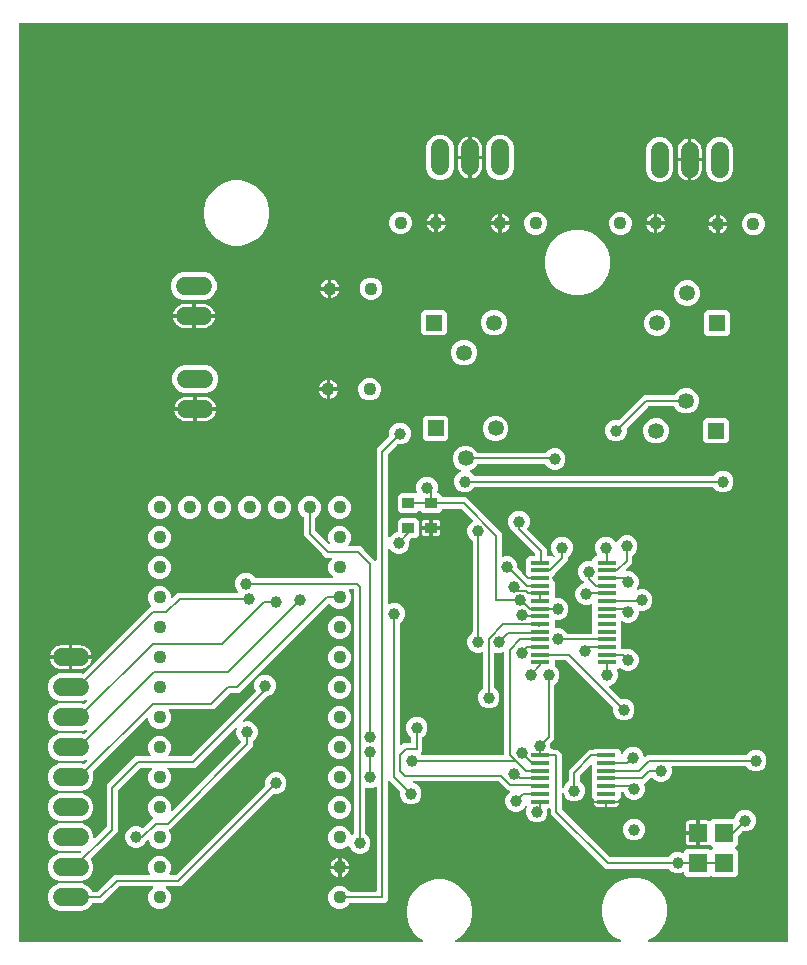
<source format=gbr>
G04 EAGLE Gerber RS-274X export*
G75*
%MOMM*%
%FSLAX34Y34*%
%LPD*%
%INBottom Copper*%
%IPPOS*%
%AMOC8*
5,1,8,0,0,1.08239X$1,22.5*%
G01*
%ADD10R,1.600000X0.350000*%
%ADD11R,1.000000X0.900000*%
%ADD12C,1.108000*%
%ADD13R,1.500000X1.600000*%
%ADD14R,1.346200X1.346200*%
%ADD15C,1.346200*%
%ADD16C,1.524000*%
%ADD17C,0.152400*%
%ADD18C,1.006400*%

G36*
X351638Y10168D02*
X351638Y10168D01*
X351686Y10167D01*
X351758Y10188D01*
X351833Y10200D01*
X351875Y10223D01*
X351921Y10237D01*
X351984Y10280D01*
X352050Y10316D01*
X352083Y10350D01*
X352123Y10378D01*
X352168Y10439D01*
X352220Y10494D01*
X352240Y10537D01*
X352268Y10576D01*
X352292Y10648D01*
X352323Y10717D01*
X352329Y10765D01*
X352343Y10810D01*
X352342Y10886D01*
X352351Y10961D01*
X352340Y11008D01*
X352340Y11056D01*
X352314Y11128D01*
X352298Y11202D01*
X352274Y11243D01*
X352258Y11288D01*
X352211Y11348D01*
X352172Y11413D01*
X352136Y11444D01*
X352106Y11482D01*
X352002Y11558D01*
X351985Y11573D01*
X351979Y11575D01*
X351971Y11581D01*
X348776Y13426D01*
X343626Y18576D01*
X339984Y24883D01*
X338099Y31918D01*
X338099Y39202D01*
X339984Y46237D01*
X343626Y52544D01*
X348776Y57694D01*
X355083Y61336D01*
X362118Y63221D01*
X369402Y63221D01*
X376437Y61336D01*
X382744Y57694D01*
X387894Y52544D01*
X391536Y46237D01*
X393421Y39202D01*
X393421Y31918D01*
X391536Y24883D01*
X387894Y18576D01*
X382744Y13426D01*
X379549Y11581D01*
X379512Y11551D01*
X379470Y11528D01*
X379417Y11474D01*
X379359Y11425D01*
X379333Y11385D01*
X379300Y11350D01*
X379268Y11281D01*
X379228Y11217D01*
X379217Y11170D01*
X379197Y11127D01*
X379188Y11052D01*
X379170Y10978D01*
X379175Y10930D01*
X379169Y10883D01*
X379186Y10808D01*
X379192Y10733D01*
X379211Y10689D01*
X379222Y10642D01*
X379261Y10577D01*
X379291Y10508D01*
X379323Y10472D01*
X379348Y10431D01*
X379405Y10382D01*
X379456Y10326D01*
X379498Y10302D01*
X379535Y10271D01*
X379605Y10243D01*
X379671Y10206D01*
X379718Y10197D01*
X379763Y10179D01*
X379891Y10165D01*
X379913Y10161D01*
X379920Y10162D01*
X379930Y10161D01*
X518890Y10161D01*
X518937Y10168D01*
X518985Y10167D01*
X519058Y10188D01*
X519133Y10200D01*
X519175Y10223D01*
X519221Y10237D01*
X519283Y10280D01*
X519350Y10316D01*
X519383Y10350D01*
X519422Y10378D01*
X519467Y10439D01*
X519520Y10494D01*
X519540Y10537D01*
X519568Y10576D01*
X519591Y10648D01*
X519623Y10717D01*
X519628Y10765D01*
X519643Y10810D01*
X519642Y10886D01*
X519650Y10961D01*
X519640Y11008D01*
X519639Y11056D01*
X519614Y11128D01*
X519598Y11202D01*
X519573Y11243D01*
X519557Y11288D01*
X519511Y11348D01*
X519472Y11413D01*
X519435Y11444D01*
X519406Y11482D01*
X519302Y11558D01*
X519285Y11573D01*
X519279Y11575D01*
X519271Y11581D01*
X513876Y14696D01*
X508726Y19846D01*
X505084Y26153D01*
X503199Y33188D01*
X503199Y40472D01*
X505084Y47507D01*
X508726Y53814D01*
X513876Y58964D01*
X520183Y62606D01*
X527218Y64491D01*
X534502Y64491D01*
X541537Y62606D01*
X547844Y58964D01*
X552994Y53814D01*
X556636Y47507D01*
X558521Y40472D01*
X558521Y33188D01*
X556636Y26153D01*
X552994Y19846D01*
X547844Y14696D01*
X542449Y11581D01*
X542412Y11551D01*
X542370Y11528D01*
X542318Y11473D01*
X542259Y11425D01*
X542233Y11385D01*
X542200Y11350D01*
X542168Y11281D01*
X542128Y11217D01*
X542117Y11170D01*
X542097Y11127D01*
X542088Y11052D01*
X542071Y10978D01*
X542075Y10930D01*
X542070Y10883D01*
X542086Y10808D01*
X542093Y10733D01*
X542112Y10689D01*
X542122Y10642D01*
X542161Y10577D01*
X542191Y10508D01*
X542224Y10472D01*
X542248Y10431D01*
X542306Y10382D01*
X542357Y10326D01*
X542399Y10302D01*
X542435Y10271D01*
X542505Y10243D01*
X542572Y10206D01*
X542619Y10197D01*
X542663Y10179D01*
X542791Y10165D01*
X542813Y10161D01*
X542820Y10162D01*
X542830Y10161D01*
X660400Y10161D01*
X660420Y10164D01*
X660439Y10162D01*
X660541Y10184D01*
X660643Y10200D01*
X660660Y10210D01*
X660680Y10214D01*
X660769Y10267D01*
X660860Y10316D01*
X660874Y10330D01*
X660891Y10340D01*
X660958Y10419D01*
X661030Y10494D01*
X661038Y10512D01*
X661051Y10527D01*
X661090Y10623D01*
X661133Y10717D01*
X661135Y10737D01*
X661143Y10755D01*
X661161Y10922D01*
X661161Y787400D01*
X661158Y787418D01*
X661160Y787436D01*
X661160Y787437D01*
X661160Y787439D01*
X661138Y787541D01*
X661122Y787643D01*
X661112Y787660D01*
X661108Y787680D01*
X661055Y787769D01*
X661006Y787860D01*
X660992Y787874D01*
X660982Y787891D01*
X660903Y787958D01*
X660828Y788030D01*
X660810Y788038D01*
X660795Y788051D01*
X660699Y788090D01*
X660605Y788133D01*
X660585Y788135D01*
X660567Y788143D01*
X660400Y788161D01*
X10922Y788161D01*
X10902Y788158D01*
X10883Y788160D01*
X10781Y788138D01*
X10679Y788121D01*
X10662Y788112D01*
X10642Y788108D01*
X10553Y788055D01*
X10462Y788006D01*
X10448Y787992D01*
X10431Y787982D01*
X10364Y787903D01*
X10292Y787828D01*
X10284Y787810D01*
X10271Y787795D01*
X10232Y787699D01*
X10189Y787605D01*
X10187Y787585D01*
X10179Y787567D01*
X10161Y787400D01*
X10161Y10922D01*
X10164Y10902D01*
X10162Y10883D01*
X10184Y10781D01*
X10200Y10679D01*
X10210Y10662D01*
X10214Y10642D01*
X10267Y10553D01*
X10316Y10462D01*
X10330Y10448D01*
X10340Y10431D01*
X10419Y10364D01*
X10494Y10292D01*
X10512Y10284D01*
X10527Y10271D01*
X10623Y10232D01*
X10717Y10189D01*
X10737Y10187D01*
X10755Y10179D01*
X10922Y10161D01*
X351590Y10161D01*
X351638Y10168D01*
G37*
%LPC*%
G36*
X279609Y38358D02*
X279609Y38358D01*
X276079Y39821D01*
X273377Y42522D01*
X271915Y46053D01*
X271915Y49874D01*
X273377Y53404D01*
X276079Y56106D01*
X279609Y57568D01*
X283430Y57568D01*
X286960Y56106D01*
X289662Y53404D01*
X289722Y53260D01*
X289783Y53161D01*
X289843Y53060D01*
X289848Y53056D01*
X289851Y53051D01*
X289941Y52976D01*
X290030Y52900D01*
X290036Y52898D01*
X290041Y52894D01*
X290149Y52852D01*
X290258Y52808D01*
X290266Y52807D01*
X290270Y52806D01*
X290289Y52805D01*
X290425Y52790D01*
X311912Y52790D01*
X311932Y52793D01*
X311951Y52791D01*
X312053Y52813D01*
X312155Y52830D01*
X312172Y52839D01*
X312192Y52843D01*
X312281Y52896D01*
X312372Y52945D01*
X312386Y52959D01*
X312403Y52969D01*
X312470Y53048D01*
X312542Y53123D01*
X312550Y53141D01*
X312563Y53156D01*
X312602Y53252D01*
X312645Y53346D01*
X312647Y53366D01*
X312655Y53384D01*
X312673Y53551D01*
X312673Y141084D01*
X312666Y141129D01*
X312668Y141175D01*
X312646Y141250D01*
X312634Y141326D01*
X312612Y141367D01*
X312599Y141411D01*
X312555Y141475D01*
X312518Y141544D01*
X312485Y141575D01*
X312459Y141613D01*
X312396Y141660D01*
X312340Y141713D01*
X312298Y141732D01*
X312262Y141760D01*
X312188Y141784D01*
X312117Y141817D01*
X312071Y141822D01*
X312028Y141836D01*
X311950Y141835D01*
X311873Y141844D01*
X311828Y141834D01*
X311782Y141834D01*
X311650Y141796D01*
X311632Y141792D01*
X311628Y141789D01*
X311621Y141787D01*
X309149Y140763D01*
X305531Y140763D01*
X304329Y141261D01*
X304285Y141271D01*
X304243Y141291D01*
X304166Y141299D01*
X304090Y141317D01*
X304044Y141313D01*
X303999Y141318D01*
X303922Y141301D01*
X303845Y141294D01*
X303803Y141275D01*
X303758Y141266D01*
X303691Y141226D01*
X303620Y141194D01*
X303586Y141163D01*
X303547Y141139D01*
X303496Y141080D01*
X303439Y141028D01*
X303417Y140987D01*
X303387Y140952D01*
X303358Y140880D01*
X303321Y140812D01*
X303312Y140767D01*
X303295Y140724D01*
X303280Y140588D01*
X303277Y140570D01*
X303278Y140565D01*
X303277Y140558D01*
X303277Y102333D01*
X303291Y102243D01*
X303299Y102152D01*
X303311Y102123D01*
X303316Y102091D01*
X303359Y102010D01*
X303395Y101926D01*
X303421Y101894D01*
X303432Y101873D01*
X303455Y101851D01*
X303500Y101795D01*
X306162Y99133D01*
X307547Y95789D01*
X307547Y92171D01*
X306162Y88827D01*
X303603Y86268D01*
X300259Y84883D01*
X296641Y84883D01*
X293297Y86268D01*
X290738Y88827D01*
X289542Y91714D01*
X289518Y91753D01*
X289502Y91796D01*
X289454Y91857D01*
X289413Y91923D01*
X289377Y91952D01*
X289349Y91988D01*
X289283Y92030D01*
X289223Y92080D01*
X289180Y92096D01*
X289142Y92121D01*
X289066Y92140D01*
X288994Y92168D01*
X288948Y92170D01*
X288903Y92181D01*
X288826Y92175D01*
X288748Y92179D01*
X288704Y92166D01*
X288658Y92162D01*
X288586Y92132D01*
X288512Y92110D01*
X288474Y92084D01*
X288432Y92066D01*
X288325Y91980D01*
X288310Y91970D01*
X288307Y91966D01*
X288301Y91961D01*
X286960Y90621D01*
X283430Y89158D01*
X279609Y89158D01*
X276079Y90621D01*
X273377Y93322D01*
X271915Y96853D01*
X271915Y100674D01*
X273377Y104204D01*
X276079Y106906D01*
X279609Y108368D01*
X283430Y108368D01*
X286960Y106906D01*
X289662Y104204D01*
X291027Y100910D01*
X291051Y100871D01*
X291066Y100828D01*
X291115Y100767D01*
X291156Y100701D01*
X291191Y100671D01*
X291220Y100636D01*
X291286Y100594D01*
X291346Y100544D01*
X291388Y100527D01*
X291427Y100503D01*
X291503Y100484D01*
X291575Y100456D01*
X291621Y100454D01*
X291666Y100443D01*
X291743Y100449D01*
X291821Y100445D01*
X291865Y100458D01*
X291911Y100462D01*
X291982Y100492D01*
X292057Y100514D01*
X292095Y100540D01*
X292137Y100558D01*
X292244Y100643D01*
X292259Y100654D01*
X292262Y100658D01*
X292268Y100663D01*
X293400Y101795D01*
X293453Y101869D01*
X293513Y101938D01*
X293525Y101969D01*
X293544Y101995D01*
X293571Y102082D01*
X293605Y102167D01*
X293609Y102208D01*
X293616Y102230D01*
X293615Y102262D01*
X293623Y102333D01*
X293623Y308102D01*
X293620Y308122D01*
X293622Y308141D01*
X293600Y308243D01*
X293584Y308345D01*
X293574Y308362D01*
X293570Y308382D01*
X293517Y308471D01*
X293468Y308562D01*
X293454Y308576D01*
X293444Y308593D01*
X293365Y308660D01*
X293290Y308732D01*
X293272Y308740D01*
X293257Y308753D01*
X293161Y308792D01*
X293067Y308835D01*
X293047Y308837D01*
X293029Y308845D01*
X292862Y308863D01*
X290040Y308863D01*
X289970Y308852D01*
X289898Y308850D01*
X289849Y308832D01*
X289798Y308824D01*
X289734Y308790D01*
X289667Y308765D01*
X289626Y308733D01*
X289580Y308708D01*
X289531Y308657D01*
X289475Y308612D01*
X289447Y308568D01*
X289411Y308530D01*
X289381Y308465D01*
X289342Y308405D01*
X289329Y308354D01*
X289307Y308307D01*
X289299Y308236D01*
X289282Y308166D01*
X289286Y308114D01*
X289280Y308063D01*
X289295Y307992D01*
X289301Y307921D01*
X289321Y307873D01*
X289332Y307822D01*
X289369Y307761D01*
X289397Y307695D01*
X289442Y307639D01*
X289459Y307611D01*
X289476Y307596D01*
X289502Y307564D01*
X289662Y307404D01*
X291124Y303874D01*
X291124Y300053D01*
X289662Y296522D01*
X286960Y293821D01*
X283430Y292358D01*
X279609Y292358D01*
X276079Y293821D01*
X273377Y296522D01*
X273292Y296728D01*
X273268Y296767D01*
X273252Y296810D01*
X273204Y296870D01*
X273163Y296937D01*
X273127Y296966D01*
X273099Y297002D01*
X273033Y297044D01*
X272973Y297093D01*
X272930Y297110D01*
X272892Y297135D01*
X272816Y297154D01*
X272743Y297182D01*
X272698Y297184D01*
X272653Y297195D01*
X272576Y297189D01*
X272498Y297192D01*
X272454Y297179D01*
X272408Y297176D01*
X272336Y297145D01*
X272261Y297124D01*
X272224Y297097D01*
X272182Y297079D01*
X272075Y296994D01*
X272059Y296983D01*
X272056Y296979D01*
X272051Y296975D01*
X196309Y221233D01*
X189005Y221233D01*
X188914Y221218D01*
X188824Y221211D01*
X188794Y221199D01*
X188762Y221193D01*
X188681Y221151D01*
X188597Y221115D01*
X188565Y221089D01*
X188544Y221078D01*
X188522Y221055D01*
X188466Y221010D01*
X174719Y207263D01*
X137640Y207263D01*
X137570Y207252D01*
X137498Y207250D01*
X137449Y207232D01*
X137398Y207223D01*
X137334Y207190D01*
X137267Y207165D01*
X137226Y207133D01*
X137180Y207108D01*
X137131Y207056D01*
X137075Y207012D01*
X137047Y206968D01*
X137011Y206930D01*
X136981Y206865D01*
X136942Y206805D01*
X136929Y206754D01*
X136907Y206707D01*
X136899Y206636D01*
X136882Y206566D01*
X136886Y206514D01*
X136880Y206463D01*
X136895Y206392D01*
X136901Y206321D01*
X136921Y206273D01*
X136932Y206222D01*
X136969Y206161D01*
X136997Y206095D01*
X137042Y206039D01*
X137059Y206011D01*
X137076Y205996D01*
X137102Y205964D01*
X137262Y205804D01*
X138724Y202274D01*
X138724Y198453D01*
X137262Y194922D01*
X134560Y192221D01*
X131030Y190758D01*
X127209Y190758D01*
X123679Y192221D01*
X120977Y194922D01*
X119515Y198453D01*
X119515Y199751D01*
X119503Y199822D01*
X119501Y199893D01*
X119484Y199942D01*
X119475Y199994D01*
X119442Y200057D01*
X119417Y200124D01*
X119384Y200165D01*
X119360Y200211D01*
X119308Y200260D01*
X119263Y200317D01*
X119219Y200345D01*
X119182Y200381D01*
X119117Y200411D01*
X119056Y200450D01*
X119006Y200462D01*
X118959Y200484D01*
X118887Y200492D01*
X118818Y200510D01*
X118766Y200506D01*
X118714Y200511D01*
X118644Y200496D01*
X118573Y200490D01*
X118525Y200470D01*
X118474Y200459D01*
X118412Y200422D01*
X118346Y200394D01*
X118290Y200349D01*
X118263Y200333D01*
X118248Y200315D01*
X118215Y200289D01*
X72456Y154530D01*
X72388Y154435D01*
X72318Y154342D01*
X72316Y154336D01*
X72313Y154331D01*
X72279Y154219D01*
X72242Y154108D01*
X72242Y154101D01*
X72240Y154096D01*
X72244Y153979D01*
X72245Y153862D01*
X72247Y153855D01*
X72247Y153850D01*
X72253Y153832D01*
X72291Y153701D01*
X73013Y151959D01*
X73013Y147311D01*
X71234Y143016D01*
X67947Y139729D01*
X63652Y137950D01*
X43764Y137950D01*
X39469Y139729D01*
X36182Y143016D01*
X34403Y147311D01*
X34403Y151959D01*
X36182Y156254D01*
X39469Y159541D01*
X43764Y161320D01*
X63652Y161320D01*
X64555Y160946D01*
X64619Y160931D01*
X64679Y160907D01*
X64749Y160899D01*
X64782Y160891D01*
X64789Y160891D01*
X64795Y160890D01*
X64816Y160892D01*
X64845Y160888D01*
X64847Y160888D01*
X64932Y160902D01*
X65027Y160910D01*
X65033Y160912D01*
X65040Y160913D01*
X65065Y160924D01*
X65090Y160928D01*
X65168Y160969D01*
X65254Y161006D01*
X65260Y161011D01*
X65264Y161013D01*
X65278Y161025D01*
X65287Y161032D01*
X65307Y161043D01*
X65329Y161066D01*
X65385Y161111D01*
X67727Y163453D01*
X67784Y163532D01*
X67846Y163607D01*
X67855Y163631D01*
X67870Y163653D01*
X67899Y163746D01*
X67934Y163836D01*
X67935Y163863D01*
X67943Y163888D01*
X67940Y163985D01*
X67944Y164082D01*
X67937Y164107D01*
X67936Y164134D01*
X67903Y164225D01*
X67876Y164318D01*
X67861Y164340D01*
X67852Y164365D01*
X67791Y164441D01*
X67736Y164521D01*
X67715Y164536D01*
X67698Y164557D01*
X67616Y164609D01*
X67538Y164667D01*
X67513Y164675D01*
X67491Y164690D01*
X67397Y164713D01*
X67304Y164743D01*
X67278Y164743D01*
X67253Y164750D01*
X67156Y164742D01*
X67058Y164741D01*
X67027Y164732D01*
X67008Y164730D01*
X66977Y164718D01*
X66897Y164694D01*
X63652Y163350D01*
X43764Y163350D01*
X39469Y165129D01*
X36182Y168416D01*
X34403Y172711D01*
X34403Y177359D01*
X36182Y181654D01*
X39469Y184941D01*
X43764Y186720D01*
X63652Y186720D01*
X64555Y186346D01*
X64669Y186319D01*
X64782Y186291D01*
X64789Y186291D01*
X64795Y186290D01*
X64911Y186301D01*
X65027Y186310D01*
X65033Y186312D01*
X65039Y186313D01*
X65147Y186360D01*
X65254Y186406D01*
X65260Y186411D01*
X65264Y186413D01*
X65278Y186425D01*
X65385Y186511D01*
X67727Y188853D01*
X67784Y188932D01*
X67846Y189007D01*
X67855Y189031D01*
X67870Y189053D01*
X67899Y189146D01*
X67934Y189236D01*
X67935Y189263D01*
X67943Y189288D01*
X67940Y189385D01*
X67944Y189482D01*
X67937Y189507D01*
X67936Y189533D01*
X67903Y189625D01*
X67876Y189718D01*
X67861Y189740D01*
X67852Y189764D01*
X67791Y189840D01*
X67735Y189920D01*
X67714Y189936D01*
X67698Y189957D01*
X67616Y190009D01*
X67538Y190067D01*
X67513Y190075D01*
X67491Y190090D01*
X67397Y190113D01*
X67304Y190143D01*
X67278Y190143D01*
X67253Y190150D01*
X67156Y190142D01*
X67058Y190141D01*
X67027Y190132D01*
X67007Y190130D01*
X66977Y190118D01*
X66897Y190094D01*
X63652Y188750D01*
X43764Y188750D01*
X39469Y190529D01*
X36182Y193816D01*
X34403Y198111D01*
X34403Y202759D01*
X36182Y207054D01*
X39469Y210341D01*
X43764Y212120D01*
X63652Y212120D01*
X64555Y211746D01*
X64669Y211719D01*
X64782Y211691D01*
X64789Y211691D01*
X64795Y211690D01*
X64911Y211701D01*
X65027Y211710D01*
X65033Y211712D01*
X65039Y211713D01*
X65147Y211760D01*
X65254Y211806D01*
X65260Y211811D01*
X65264Y211813D01*
X65278Y211825D01*
X65385Y211911D01*
X67727Y214253D01*
X67784Y214332D01*
X67846Y214407D01*
X67855Y214431D01*
X67870Y214453D01*
X67899Y214546D01*
X67934Y214636D01*
X67935Y214663D01*
X67943Y214688D01*
X67940Y214785D01*
X67944Y214882D01*
X67937Y214907D01*
X67936Y214933D01*
X67903Y215025D01*
X67876Y215118D01*
X67861Y215140D01*
X67852Y215164D01*
X67791Y215240D01*
X67735Y215320D01*
X67714Y215336D01*
X67698Y215357D01*
X67616Y215409D01*
X67538Y215467D01*
X67513Y215475D01*
X67491Y215490D01*
X67397Y215513D01*
X67304Y215543D01*
X67278Y215543D01*
X67253Y215550D01*
X67156Y215542D01*
X67058Y215541D01*
X67027Y215532D01*
X67007Y215530D01*
X66977Y215518D01*
X66897Y215494D01*
X63652Y214150D01*
X43764Y214150D01*
X39469Y215929D01*
X36182Y219216D01*
X34403Y223511D01*
X34403Y228159D01*
X36182Y232454D01*
X39469Y235741D01*
X43764Y237520D01*
X63652Y237520D01*
X64076Y237344D01*
X64190Y237317D01*
X64304Y237289D01*
X64310Y237289D01*
X64316Y237288D01*
X64432Y237299D01*
X64549Y237308D01*
X64554Y237310D01*
X64561Y237311D01*
X64669Y237359D01*
X64775Y237404D01*
X64781Y237409D01*
X64785Y237411D01*
X64800Y237424D01*
X64906Y237509D01*
X121910Y294513D01*
X121922Y294529D01*
X121937Y294542D01*
X121993Y294629D01*
X122054Y294713D01*
X122059Y294732D01*
X122070Y294749D01*
X122095Y294849D01*
X122126Y294948D01*
X122125Y294968D01*
X122130Y294987D01*
X122122Y295090D01*
X122120Y295194D01*
X122113Y295213D01*
X122111Y295232D01*
X122071Y295327D01*
X122035Y295425D01*
X122023Y295440D01*
X122015Y295459D01*
X121910Y295590D01*
X120977Y296522D01*
X119515Y300053D01*
X119515Y303874D01*
X120977Y307404D01*
X123679Y310106D01*
X127209Y311568D01*
X131030Y311568D01*
X134560Y310106D01*
X137262Y307404D01*
X138724Y303874D01*
X138724Y302328D01*
X138736Y302257D01*
X138738Y302186D01*
X138756Y302137D01*
X138764Y302085D01*
X138798Y302022D01*
X138822Y301955D01*
X138855Y301914D01*
X138879Y301868D01*
X138931Y301819D01*
X138976Y301763D01*
X139020Y301735D01*
X139058Y301699D01*
X139123Y301668D01*
X139183Y301630D01*
X139233Y301617D01*
X139281Y301595D01*
X139352Y301587D01*
X139421Y301570D01*
X139473Y301574D01*
X139525Y301568D01*
X139595Y301583D01*
X139667Y301589D01*
X139714Y301609D01*
X139765Y301620D01*
X139827Y301657D01*
X139893Y301685D01*
X139949Y301730D01*
X139977Y301746D01*
X139992Y301764D01*
X140024Y301790D01*
X141000Y302766D01*
X144051Y305817D01*
X195101Y305817D01*
X195171Y305828D01*
X195243Y305830D01*
X195292Y305848D01*
X195343Y305856D01*
X195407Y305890D01*
X195474Y305915D01*
X195515Y305947D01*
X195561Y305972D01*
X195610Y306024D01*
X195666Y306068D01*
X195694Y306112D01*
X195730Y306150D01*
X195760Y306215D01*
X195799Y306275D01*
X195812Y306326D01*
X195834Y306373D01*
X195842Y306444D01*
X195859Y306514D01*
X195855Y306566D01*
X195861Y306617D01*
X195846Y306688D01*
X195840Y306759D01*
X195820Y306807D01*
X195809Y306858D01*
X195772Y306919D01*
X195744Y306985D01*
X195699Y307041D01*
X195683Y307069D01*
X195665Y307084D01*
X195639Y307116D01*
X194218Y308537D01*
X192833Y311881D01*
X192833Y315499D01*
X194218Y318843D01*
X196777Y321402D01*
X200121Y322787D01*
X203739Y322787D01*
X207083Y321402D01*
X209745Y318740D01*
X209819Y318687D01*
X209888Y318627D01*
X209919Y318615D01*
X209945Y318596D01*
X210032Y318569D01*
X210117Y318535D01*
X210158Y318531D01*
X210180Y318524D01*
X210212Y318525D01*
X210283Y318517D01*
X274945Y318517D01*
X275016Y318528D01*
X275087Y318530D01*
X275136Y318548D01*
X275188Y318556D01*
X275251Y318590D01*
X275318Y318615D01*
X275359Y318647D01*
X275405Y318672D01*
X275454Y318724D01*
X275510Y318768D01*
X275539Y318812D01*
X275575Y318850D01*
X275605Y318915D01*
X275643Y318975D01*
X275656Y319026D01*
X275678Y319073D01*
X275686Y319144D01*
X275704Y319214D01*
X275699Y319266D01*
X275705Y319317D01*
X275690Y319388D01*
X275684Y319459D01*
X275664Y319507D01*
X275653Y319558D01*
X275616Y319619D01*
X275588Y319685D01*
X275543Y319741D01*
X275527Y319769D01*
X275509Y319784D01*
X275483Y319816D01*
X273377Y321922D01*
X271915Y325453D01*
X271915Y329274D01*
X273377Y332804D01*
X274807Y334234D01*
X274849Y334292D01*
X274898Y334344D01*
X274920Y334391D01*
X274951Y334433D01*
X274972Y334502D01*
X275002Y334567D01*
X275008Y334619D01*
X275023Y334669D01*
X275021Y334740D01*
X275029Y334811D01*
X275018Y334862D01*
X275017Y334914D01*
X274992Y334982D01*
X274977Y335052D01*
X274950Y335097D01*
X274932Y335145D01*
X274887Y335201D01*
X274851Y335263D01*
X274811Y335297D01*
X274779Y335337D01*
X274718Y335376D01*
X274664Y335423D01*
X274615Y335442D01*
X274572Y335470D01*
X274502Y335488D01*
X274436Y335515D01*
X274364Y335523D01*
X274333Y335531D01*
X274310Y335529D01*
X274269Y335533D01*
X269781Y335533D01*
X266730Y338584D01*
X254343Y350971D01*
X251293Y354021D01*
X251293Y369258D01*
X251274Y369372D01*
X251257Y369489D01*
X251254Y369494D01*
X251253Y369500D01*
X251199Y369603D01*
X251146Y369708D01*
X251141Y369712D01*
X251138Y369718D01*
X251053Y369798D01*
X250970Y369880D01*
X250963Y369884D01*
X250960Y369887D01*
X250943Y369895D01*
X250823Y369961D01*
X250679Y370021D01*
X247977Y372722D01*
X246515Y376253D01*
X246515Y380074D01*
X247977Y383604D01*
X250679Y386306D01*
X254209Y387768D01*
X258030Y387768D01*
X261560Y386306D01*
X264262Y383604D01*
X265724Y380074D01*
X265724Y376253D01*
X264262Y372722D01*
X261560Y370021D01*
X261416Y369961D01*
X261317Y369900D01*
X261217Y369839D01*
X261213Y369835D01*
X261207Y369831D01*
X261133Y369742D01*
X261057Y369652D01*
X261054Y369647D01*
X261050Y369642D01*
X261009Y369533D01*
X260965Y369424D01*
X260964Y369417D01*
X260962Y369412D01*
X260961Y369393D01*
X260946Y369258D01*
X260946Y358335D01*
X260961Y358245D01*
X260968Y358154D01*
X260981Y358124D01*
X260986Y358092D01*
X261029Y358011D01*
X261065Y357928D01*
X261090Y357895D01*
X261101Y357875D01*
X261125Y357853D01*
X261169Y357797D01*
X271897Y347069D01*
X271976Y347012D01*
X272051Y346950D01*
X272075Y346941D01*
X272097Y346926D01*
X272190Y346897D01*
X272281Y346862D01*
X272307Y346861D01*
X272332Y346853D01*
X272429Y346856D01*
X272526Y346852D01*
X272551Y346859D01*
X272578Y346860D01*
X272669Y346893D01*
X272762Y346920D01*
X272784Y346935D01*
X272809Y346944D01*
X272884Y347005D01*
X272965Y347060D01*
X272980Y347081D01*
X273001Y347098D01*
X273053Y347180D01*
X273111Y347258D01*
X273119Y347283D01*
X273134Y347305D01*
X273157Y347399D01*
X273188Y347492D01*
X273187Y347518D01*
X273194Y347543D01*
X273186Y347640D01*
X273185Y347738D01*
X273176Y347769D01*
X273175Y347788D01*
X273162Y347819D01*
X273138Y347899D01*
X271915Y350853D01*
X271915Y354674D01*
X273377Y358204D01*
X276079Y360906D01*
X279609Y362368D01*
X283430Y362368D01*
X286960Y360906D01*
X289662Y358204D01*
X291124Y354674D01*
X291124Y350853D01*
X289662Y347322D01*
X288826Y346486D01*
X288784Y346428D01*
X288735Y346376D01*
X288713Y346329D01*
X288682Y346287D01*
X288661Y346218D01*
X288631Y346153D01*
X288625Y346101D01*
X288610Y346051D01*
X288612Y345980D01*
X288604Y345909D01*
X288615Y345858D01*
X288616Y345806D01*
X288641Y345738D01*
X288656Y345668D01*
X288683Y345623D01*
X288701Y345575D01*
X288746Y345519D01*
X288783Y345457D01*
X288822Y345423D01*
X288855Y345383D01*
X288915Y345344D01*
X288969Y345297D01*
X289018Y345278D01*
X289062Y345250D01*
X289131Y345232D01*
X289198Y345205D01*
X289269Y345197D01*
X289300Y345189D01*
X289323Y345191D01*
X289364Y345187D01*
X299179Y345187D01*
X302230Y342136D01*
X311374Y332992D01*
X311432Y332950D01*
X311484Y332901D01*
X311531Y332879D01*
X311573Y332849D01*
X311642Y332828D01*
X311707Y332797D01*
X311759Y332792D01*
X311809Y332776D01*
X311880Y332778D01*
X311951Y332770D01*
X312002Y332781D01*
X312054Y332783D01*
X312122Y332807D01*
X312192Y332823D01*
X312237Y332849D01*
X312285Y332867D01*
X312341Y332912D01*
X312403Y332949D01*
X312437Y332988D01*
X312477Y333021D01*
X312516Y333081D01*
X312563Y333136D01*
X312582Y333184D01*
X312610Y333228D01*
X312628Y333297D01*
X312655Y333364D01*
X312663Y333435D01*
X312671Y333466D01*
X312669Y333490D01*
X312673Y333531D01*
X312673Y427449D01*
X323420Y438196D01*
X323473Y438270D01*
X323533Y438340D01*
X323545Y438370D01*
X323564Y438396D01*
X323591Y438483D01*
X323602Y438510D01*
X323615Y438539D01*
X323616Y438546D01*
X323625Y438568D01*
X323629Y438609D01*
X323636Y438631D01*
X323635Y438663D01*
X323643Y438735D01*
X323643Y442499D01*
X325028Y445843D01*
X327587Y448402D01*
X330931Y449787D01*
X334549Y449787D01*
X337893Y448402D01*
X340452Y445843D01*
X341837Y442499D01*
X341837Y438881D01*
X340452Y435537D01*
X337893Y432978D01*
X334549Y431593D01*
X330785Y431593D01*
X330695Y431579D01*
X330604Y431571D01*
X330574Y431559D01*
X330542Y431554D01*
X330461Y431511D01*
X330377Y431475D01*
X330345Y431449D01*
X330325Y431438D01*
X330302Y431415D01*
X330246Y431370D01*
X322550Y423674D01*
X322497Y423600D01*
X322437Y423530D01*
X322425Y423500D01*
X322406Y423474D01*
X322379Y423387D01*
X322345Y423302D01*
X322341Y423261D01*
X322334Y423239D01*
X322335Y423207D01*
X322327Y423135D01*
X322327Y353504D01*
X322343Y353408D01*
X322352Y353311D01*
X322362Y353287D01*
X322366Y353261D01*
X322412Y353175D01*
X322452Y353086D01*
X322469Y353067D01*
X322482Y353044D01*
X322552Y352977D01*
X322618Y352905D01*
X322641Y352893D01*
X322660Y352875D01*
X322748Y352834D01*
X322834Y352787D01*
X322859Y352782D01*
X322883Y352771D01*
X322980Y352760D01*
X323076Y352743D01*
X323102Y352747D01*
X323127Y352744D01*
X323223Y352765D01*
X323319Y352779D01*
X323342Y352791D01*
X323368Y352796D01*
X323452Y352846D01*
X323538Y352890D01*
X323557Y352909D01*
X323579Y352922D01*
X323642Y352996D01*
X323711Y353066D01*
X323726Y353094D01*
X323739Y353109D01*
X323742Y353116D01*
X326317Y355692D01*
X329661Y357077D01*
X329838Y357077D01*
X329858Y357080D01*
X329877Y357078D01*
X329979Y357100D01*
X330081Y357116D01*
X330098Y357126D01*
X330118Y357130D01*
X330207Y357183D01*
X330298Y357232D01*
X330312Y357246D01*
X330329Y357256D01*
X330396Y357335D01*
X330468Y357410D01*
X330476Y357428D01*
X330489Y357443D01*
X330528Y357539D01*
X330571Y357633D01*
X330573Y357653D01*
X330581Y357671D01*
X330599Y357838D01*
X330599Y366912D01*
X332980Y369293D01*
X346348Y369293D01*
X348729Y366912D01*
X348729Y354544D01*
X346348Y352163D01*
X342795Y352163D01*
X342705Y352149D01*
X342614Y352141D01*
X342584Y352129D01*
X342552Y352124D01*
X342471Y352081D01*
X342387Y352045D01*
X342355Y352019D01*
X342335Y352008D01*
X342312Y351985D01*
X342256Y351940D01*
X340790Y350474D01*
X340737Y350400D01*
X340677Y350330D01*
X340665Y350300D01*
X340646Y350274D01*
X340619Y350187D01*
X340585Y350102D01*
X340581Y350061D01*
X340574Y350039D01*
X340575Y350007D01*
X340567Y349935D01*
X340567Y346171D01*
X339182Y342827D01*
X336623Y340268D01*
X333279Y338883D01*
X329661Y338883D01*
X326317Y340268D01*
X323723Y342863D01*
X323694Y342916D01*
X323676Y342934D01*
X323662Y342956D01*
X323587Y343018D01*
X323516Y343085D01*
X323492Y343096D01*
X323472Y343113D01*
X323382Y343148D01*
X323293Y343189D01*
X323267Y343192D01*
X323243Y343201D01*
X323145Y343205D01*
X323049Y343216D01*
X323023Y343211D01*
X322997Y343212D01*
X322903Y343185D01*
X322808Y343164D01*
X322786Y343150D01*
X322761Y343143D01*
X322681Y343088D01*
X322597Y343038D01*
X322580Y343018D01*
X322559Y343003D01*
X322501Y342925D01*
X322437Y342851D01*
X322427Y342827D01*
X322412Y342806D01*
X322382Y342713D01*
X322345Y342623D01*
X322342Y342590D01*
X322336Y342572D01*
X322336Y342539D01*
X322327Y342456D01*
X322327Y297066D01*
X322334Y297021D01*
X322332Y296975D01*
X322354Y296900D01*
X322366Y296824D01*
X322388Y296783D01*
X322401Y296739D01*
X322445Y296675D01*
X322482Y296606D01*
X322515Y296575D01*
X322541Y296537D01*
X322604Y296490D01*
X322660Y296437D01*
X322702Y296418D01*
X322738Y296390D01*
X322812Y296366D01*
X322883Y296333D01*
X322929Y296328D01*
X322972Y296314D01*
X323050Y296315D01*
X323127Y296306D01*
X323172Y296316D01*
X323218Y296316D01*
X323350Y296354D01*
X323368Y296358D01*
X323372Y296361D01*
X323379Y296363D01*
X325851Y297387D01*
X329469Y297387D01*
X332813Y296002D01*
X335372Y293443D01*
X336757Y290099D01*
X336757Y286481D01*
X335372Y283137D01*
X332710Y280475D01*
X332657Y280401D01*
X332597Y280332D01*
X332585Y280301D01*
X332566Y280275D01*
X332539Y280188D01*
X332505Y280103D01*
X332501Y280062D01*
X332494Y280040D01*
X332495Y280008D01*
X332487Y279937D01*
X332487Y177321D01*
X332498Y177250D01*
X332500Y177178D01*
X332518Y177129D01*
X332526Y177078D01*
X332560Y177014D01*
X332585Y176947D01*
X332617Y176906D01*
X332642Y176860D01*
X332694Y176811D01*
X332738Y176755D01*
X332782Y176727D01*
X332820Y176691D01*
X332885Y176661D01*
X332945Y176622D01*
X332996Y176609D01*
X333043Y176587D01*
X333114Y176580D01*
X333184Y176562D01*
X333236Y176566D01*
X333287Y176560D01*
X333358Y176576D01*
X333429Y176581D01*
X333477Y176602D01*
X333528Y176613D01*
X333589Y176649D01*
X333655Y176677D01*
X333711Y176722D01*
X333739Y176739D01*
X333754Y176757D01*
X333786Y176782D01*
X335821Y178817D01*
X341122Y178817D01*
X341142Y178820D01*
X341161Y178818D01*
X341263Y178840D01*
X341365Y178856D01*
X341382Y178866D01*
X341402Y178870D01*
X341491Y178923D01*
X341582Y178972D01*
X341596Y178986D01*
X341613Y178996D01*
X341680Y179075D01*
X341752Y179150D01*
X341760Y179168D01*
X341773Y179183D01*
X341812Y179279D01*
X341855Y179373D01*
X341857Y179393D01*
X341865Y179411D01*
X341883Y179578D01*
X341883Y183417D01*
X341869Y183507D01*
X341861Y183598D01*
X341849Y183627D01*
X341844Y183659D01*
X341801Y183740D01*
X341765Y183824D01*
X341739Y183856D01*
X341728Y183877D01*
X341705Y183899D01*
X341660Y183955D01*
X338998Y186617D01*
X337613Y189961D01*
X337613Y193579D01*
X338998Y196923D01*
X341557Y199482D01*
X344901Y200867D01*
X348519Y200867D01*
X351863Y199482D01*
X354422Y196923D01*
X355807Y193579D01*
X355807Y189961D01*
X354422Y186617D01*
X351760Y183955D01*
X351707Y183881D01*
X351647Y183812D01*
X351635Y183781D01*
X351616Y183755D01*
X351589Y183668D01*
X351555Y183583D01*
X351551Y183542D01*
X351544Y183520D01*
X351545Y183488D01*
X351537Y183417D01*
X351537Y171991D01*
X350109Y170563D01*
X350097Y170546D01*
X350081Y170534D01*
X350049Y170483D01*
X350019Y170451D01*
X350000Y170412D01*
X349965Y170363D01*
X349959Y170344D01*
X349948Y170327D01*
X349934Y170269D01*
X349915Y170228D01*
X349910Y170184D01*
X349893Y170128D01*
X349893Y170108D01*
X349888Y170089D01*
X349893Y170030D01*
X349888Y169984D01*
X349898Y169939D01*
X349899Y169882D01*
X349906Y169863D01*
X349908Y169843D01*
X349930Y169791D01*
X349940Y169743D01*
X349965Y169702D01*
X349984Y169651D01*
X349996Y169635D01*
X350004Y169617D01*
X350050Y169559D01*
X350066Y169532D01*
X350083Y169518D01*
X350109Y169486D01*
X350715Y168880D01*
X350789Y168827D01*
X350858Y168767D01*
X350889Y168755D01*
X350915Y168736D01*
X351002Y168709D01*
X351087Y168675D01*
X351128Y168671D01*
X351150Y168664D01*
X351182Y168665D01*
X351253Y168657D01*
X419862Y168657D01*
X419882Y168660D01*
X419901Y168658D01*
X420003Y168680D01*
X420105Y168696D01*
X420122Y168706D01*
X420142Y168710D01*
X420231Y168763D01*
X420322Y168812D01*
X420336Y168826D01*
X420353Y168836D01*
X420420Y168915D01*
X420492Y168990D01*
X420500Y169008D01*
X420513Y169023D01*
X420552Y169119D01*
X420595Y169213D01*
X420597Y169233D01*
X420605Y169251D01*
X420623Y169418D01*
X420623Y254858D01*
X420616Y254903D01*
X420618Y254949D01*
X420596Y255024D01*
X420584Y255100D01*
X420562Y255141D01*
X420549Y255185D01*
X420505Y255249D01*
X420468Y255318D01*
X420435Y255349D01*
X420409Y255387D01*
X420347Y255433D01*
X420290Y255487D01*
X420248Y255506D01*
X420212Y255534D01*
X420138Y255558D01*
X420067Y255591D01*
X420021Y255596D01*
X419978Y255610D01*
X419900Y255609D01*
X419823Y255618D01*
X419778Y255608D01*
X419732Y255608D01*
X419600Y255569D01*
X419582Y255566D01*
X419578Y255563D01*
X419571Y255561D01*
X418369Y255063D01*
X414751Y255063D01*
X413549Y255561D01*
X413505Y255571D01*
X413463Y255591D01*
X413386Y255599D01*
X413310Y255617D01*
X413264Y255613D01*
X413219Y255618D01*
X413142Y255601D01*
X413065Y255594D01*
X413023Y255575D01*
X412978Y255566D01*
X412911Y255526D01*
X412840Y255494D01*
X412806Y255463D01*
X412767Y255439D01*
X412716Y255380D01*
X412659Y255328D01*
X412637Y255287D01*
X412607Y255252D01*
X412578Y255180D01*
X412541Y255112D01*
X412532Y255067D01*
X412515Y255024D01*
X412500Y254888D01*
X412497Y254870D01*
X412498Y254865D01*
X412497Y254858D01*
X412497Y225523D01*
X412511Y225433D01*
X412519Y225342D01*
X412531Y225313D01*
X412536Y225281D01*
X412579Y225200D01*
X412615Y225116D01*
X412641Y225084D01*
X412652Y225063D01*
X412675Y225041D01*
X412720Y224985D01*
X415382Y222323D01*
X416767Y218979D01*
X416767Y215361D01*
X415382Y212017D01*
X412823Y209458D01*
X409479Y208073D01*
X405861Y208073D01*
X402517Y209458D01*
X399958Y212017D01*
X398573Y215361D01*
X398573Y218979D01*
X399958Y222323D01*
X402620Y224985D01*
X402673Y225059D01*
X402733Y225128D01*
X402745Y225159D01*
X402764Y225185D01*
X402791Y225272D01*
X402825Y225357D01*
X402829Y225398D01*
X402836Y225420D01*
X402835Y225452D01*
X402843Y225523D01*
X402843Y254858D01*
X402836Y254903D01*
X402838Y254949D01*
X402816Y255024D01*
X402804Y255100D01*
X402782Y255141D01*
X402769Y255185D01*
X402725Y255249D01*
X402688Y255318D01*
X402655Y255349D01*
X402629Y255387D01*
X402567Y255433D01*
X402510Y255487D01*
X402468Y255506D01*
X402432Y255534D01*
X402358Y255558D01*
X402287Y255591D01*
X402241Y255596D01*
X402198Y255610D01*
X402120Y255609D01*
X402043Y255618D01*
X401998Y255608D01*
X401952Y255608D01*
X401820Y255569D01*
X401802Y255566D01*
X401798Y255563D01*
X401791Y255561D01*
X400589Y255063D01*
X396971Y255063D01*
X393627Y256448D01*
X391068Y259007D01*
X389683Y262351D01*
X389683Y265969D01*
X391068Y269313D01*
X393730Y271975D01*
X393783Y272049D01*
X393843Y272118D01*
X393855Y272149D01*
X393874Y272175D01*
X393901Y272262D01*
X393935Y272347D01*
X393939Y272388D01*
X393946Y272410D01*
X393945Y272442D01*
X393953Y272513D01*
X393953Y349787D01*
X393939Y349877D01*
X393931Y349968D01*
X393919Y349997D01*
X393914Y350029D01*
X393871Y350110D01*
X393835Y350194D01*
X393809Y350226D01*
X393798Y350247D01*
X393775Y350269D01*
X393730Y350325D01*
X391068Y352987D01*
X389683Y356331D01*
X389683Y359949D01*
X391068Y363293D01*
X393627Y365852D01*
X394021Y366015D01*
X394059Y366039D01*
X394103Y366055D01*
X394164Y366103D01*
X394230Y366144D01*
X394259Y366180D01*
X394295Y366208D01*
X394337Y366274D01*
X394386Y366334D01*
X394403Y366377D01*
X394428Y366415D01*
X394447Y366491D01*
X394475Y366563D01*
X394477Y366609D01*
X394488Y366654D01*
X394482Y366731D01*
X394485Y366809D01*
X394472Y366853D01*
X394469Y366899D01*
X394438Y366971D01*
X394417Y367045D01*
X394390Y367083D01*
X394372Y367125D01*
X394287Y367232D01*
X394276Y367248D01*
X394272Y367250D01*
X394268Y367256D01*
X384846Y376678D01*
X384772Y376731D01*
X384702Y376791D01*
X384672Y376803D01*
X384646Y376822D01*
X384559Y376849D01*
X384474Y376883D01*
X384433Y376887D01*
X384411Y376894D01*
X384379Y376893D01*
X384307Y376901D01*
X368490Y376901D01*
X368470Y376898D01*
X368451Y376900D01*
X368349Y376878D01*
X368247Y376862D01*
X368230Y376852D01*
X368210Y376848D01*
X368121Y376795D01*
X368030Y376746D01*
X368016Y376732D01*
X367999Y376722D01*
X367932Y376643D01*
X367860Y376568D01*
X367852Y376550D01*
X367839Y376535D01*
X367800Y376439D01*
X367757Y376345D01*
X367755Y376325D01*
X367747Y376307D01*
X367729Y376140D01*
X367729Y375544D01*
X365348Y373163D01*
X351980Y373163D01*
X349702Y375441D01*
X349686Y375453D01*
X349674Y375469D01*
X349586Y375525D01*
X349503Y375585D01*
X349484Y375591D01*
X349467Y375602D01*
X349366Y375627D01*
X349267Y375657D01*
X349248Y375657D01*
X349228Y375662D01*
X349125Y375654D01*
X349022Y375651D01*
X349003Y375644D01*
X348983Y375642D01*
X348888Y375602D01*
X348791Y375566D01*
X348775Y375554D01*
X348757Y375546D01*
X348626Y375441D01*
X346348Y373163D01*
X332980Y373163D01*
X330599Y375544D01*
X330599Y387912D01*
X332980Y390293D01*
X346552Y390293D01*
X346597Y390300D01*
X346643Y390298D01*
X346718Y390320D01*
X346795Y390332D01*
X346835Y390354D01*
X346879Y390367D01*
X346943Y390411D01*
X347012Y390448D01*
X347044Y390481D01*
X347081Y390507D01*
X347128Y390570D01*
X347181Y390626D01*
X347201Y390668D01*
X347228Y390704D01*
X347252Y390778D01*
X347285Y390849D01*
X347290Y390895D01*
X347304Y390938D01*
X347304Y391016D01*
X347312Y391093D01*
X347302Y391138D01*
X347302Y391184D01*
X347264Y391316D01*
X347260Y391334D01*
X347257Y391338D01*
X347255Y391345D01*
X346503Y393161D01*
X346503Y396779D01*
X347888Y400123D01*
X350447Y402682D01*
X353791Y404067D01*
X357409Y404067D01*
X360753Y402682D01*
X363312Y400123D01*
X364697Y396779D01*
X364697Y393161D01*
X363945Y391345D01*
X363934Y391301D01*
X363915Y391259D01*
X363906Y391182D01*
X363889Y391106D01*
X363893Y391060D01*
X363888Y391015D01*
X363904Y390938D01*
X363912Y390861D01*
X363930Y390819D01*
X363940Y390774D01*
X363980Y390707D01*
X364012Y390636D01*
X364043Y390602D01*
X364066Y390563D01*
X364125Y390512D01*
X364178Y390455D01*
X364218Y390433D01*
X364253Y390403D01*
X364325Y390374D01*
X364394Y390337D01*
X364439Y390328D01*
X364481Y390311D01*
X364617Y390296D01*
X364636Y390293D01*
X364641Y390294D01*
X364648Y390293D01*
X365348Y390293D01*
X367729Y387912D01*
X367729Y387316D01*
X367732Y387296D01*
X367730Y387277D01*
X367752Y387175D01*
X367768Y387073D01*
X367778Y387056D01*
X367782Y387036D01*
X367835Y386947D01*
X367884Y386856D01*
X367898Y386842D01*
X367908Y386825D01*
X367987Y386758D01*
X368062Y386686D01*
X368080Y386678D01*
X368095Y386665D01*
X368191Y386626D01*
X368285Y386583D01*
X368305Y386581D01*
X368323Y386573D01*
X368490Y386555D01*
X388621Y386555D01*
X418847Y356329D01*
X418847Y336962D01*
X418854Y336917D01*
X418852Y336871D01*
X418874Y336796D01*
X418886Y336720D01*
X418908Y336679D01*
X418921Y336635D01*
X418965Y336571D01*
X419002Y336502D01*
X419035Y336471D01*
X419061Y336433D01*
X419123Y336387D01*
X419180Y336333D01*
X419222Y336314D01*
X419258Y336286D01*
X419332Y336262D01*
X419403Y336229D01*
X419449Y336224D01*
X419492Y336210D01*
X419570Y336211D01*
X419647Y336202D01*
X419692Y336212D01*
X419738Y336212D01*
X419870Y336251D01*
X419888Y336254D01*
X419892Y336257D01*
X419899Y336259D01*
X421101Y336757D01*
X424719Y336757D01*
X428063Y335372D01*
X430622Y332813D01*
X432007Y329469D01*
X432007Y326975D01*
X432021Y326885D01*
X432029Y326794D01*
X432041Y326764D01*
X432046Y326732D01*
X432089Y326651D01*
X432125Y326567D01*
X432151Y326535D01*
X432162Y326515D01*
X432185Y326492D01*
X432230Y326436D01*
X439612Y319054D01*
X439670Y319012D01*
X439722Y318963D01*
X439770Y318941D01*
X439812Y318910D01*
X439880Y318889D01*
X439946Y318859D01*
X439997Y318853D01*
X440047Y318838D01*
X440119Y318840D01*
X440190Y318832D01*
X440241Y318843D01*
X440293Y318844D01*
X440360Y318869D01*
X440430Y318884D01*
X440475Y318911D01*
X440524Y318929D01*
X440580Y318974D01*
X440641Y319010D01*
X440675Y319050D01*
X440716Y319082D01*
X440755Y319143D01*
X440801Y319197D01*
X440821Y319246D01*
X440849Y319289D01*
X440867Y319359D01*
X440893Y319425D01*
X440901Y319497D01*
X440909Y319528D01*
X440907Y319551D01*
X440912Y319592D01*
X440912Y319646D01*
X440897Y319736D01*
X440890Y319827D01*
X440877Y319857D01*
X440872Y319889D01*
X440829Y319970D01*
X440794Y320054D01*
X440768Y320086D01*
X440757Y320106D01*
X440734Y320129D01*
X440689Y320185D01*
X439388Y321486D01*
X439388Y334853D01*
X441769Y337234D01*
X446173Y337234D01*
X446193Y337237D01*
X446212Y337235D01*
X446314Y337257D01*
X446416Y337274D01*
X446433Y337283D01*
X446453Y337287D01*
X446542Y337340D01*
X446633Y337389D01*
X446647Y337403D01*
X446664Y337413D01*
X446731Y337492D01*
X446802Y337567D01*
X446811Y337585D01*
X446824Y337600D01*
X446863Y337697D01*
X446906Y337790D01*
X446908Y337810D01*
X446916Y337829D01*
X446934Y337995D01*
X446934Y338956D01*
X446919Y339046D01*
X446912Y339137D01*
X446900Y339167D01*
X446894Y339199D01*
X446852Y339280D01*
X446816Y339364D01*
X446790Y339396D01*
X446779Y339416D01*
X446756Y339439D01*
X446711Y339495D01*
X429971Y356235D01*
X429968Y356237D01*
X429964Y356242D01*
X428532Y357638D01*
X428532Y357718D01*
X428514Y357833D01*
X428496Y357949D01*
X428494Y357955D01*
X428493Y357961D01*
X428438Y358064D01*
X428385Y358169D01*
X428380Y358173D01*
X428378Y358178D01*
X428292Y358259D01*
X428209Y358341D01*
X428203Y358344D01*
X428199Y358348D01*
X428182Y358356D01*
X428062Y358422D01*
X428044Y358429D01*
X425485Y360988D01*
X424100Y364332D01*
X424100Y367950D01*
X425485Y371294D01*
X428044Y373853D01*
X431388Y375238D01*
X435006Y375238D01*
X438350Y373853D01*
X440909Y371294D01*
X442294Y367950D01*
X442294Y364332D01*
X440909Y360988D01*
X440428Y360507D01*
X440416Y360491D01*
X440400Y360478D01*
X440344Y360391D01*
X440284Y360307D01*
X440278Y360288D01*
X440267Y360271D01*
X440242Y360171D01*
X440212Y360072D01*
X440212Y360052D01*
X440207Y360033D01*
X440215Y359930D01*
X440218Y359826D01*
X440225Y359807D01*
X440226Y359788D01*
X440267Y359693D01*
X440302Y359595D01*
X440315Y359579D01*
X440323Y359561D01*
X440428Y359430D01*
X453537Y346321D01*
X453537Y346320D01*
X456496Y343362D01*
X456588Y343270D01*
X456588Y337995D01*
X456591Y337976D01*
X456589Y337956D01*
X456611Y337855D01*
X456627Y337752D01*
X456637Y337735D01*
X456641Y337715D01*
X456694Y337626D01*
X456742Y337535D01*
X456757Y337521D01*
X456767Y337504D01*
X456846Y337437D01*
X456921Y337366D01*
X456939Y337357D01*
X456954Y337344D01*
X457050Y337306D01*
X457144Y337262D01*
X457164Y337260D01*
X457182Y337252D01*
X457349Y337234D01*
X461136Y337234D01*
X462544Y335826D01*
X462560Y335815D01*
X462572Y335799D01*
X462660Y335743D01*
X462744Y335683D01*
X462763Y335677D01*
X462779Y335666D01*
X462880Y335641D01*
X462979Y335610D01*
X462999Y335611D01*
X463018Y335606D01*
X463121Y335614D01*
X463225Y335617D01*
X463243Y335624D01*
X463263Y335625D01*
X463358Y335666D01*
X463456Y335701D01*
X463471Y335714D01*
X463489Y335722D01*
X463620Y335826D01*
X463961Y336167D01*
X463973Y336184D01*
X463989Y336196D01*
X464045Y336283D01*
X464105Y336367D01*
X464111Y336386D01*
X464122Y336403D01*
X464147Y336503D01*
X464177Y336602D01*
X464177Y336622D01*
X464182Y336641D01*
X464174Y336744D01*
X464171Y336848D01*
X464164Y336867D01*
X464162Y336887D01*
X464122Y336982D01*
X464086Y337079D01*
X464074Y337095D01*
X464066Y337113D01*
X463961Y337244D01*
X462188Y339017D01*
X460803Y342361D01*
X460803Y345979D01*
X462188Y349323D01*
X464747Y351882D01*
X468091Y353267D01*
X471709Y353267D01*
X475053Y351882D01*
X477612Y349323D01*
X478997Y345979D01*
X478997Y342361D01*
X477612Y339017D01*
X474950Y336355D01*
X474897Y336281D01*
X474837Y336212D01*
X474825Y336181D01*
X474806Y336155D01*
X474779Y336068D01*
X474745Y335983D01*
X474741Y335942D01*
X474734Y335920D01*
X474735Y335888D01*
X474727Y335817D01*
X474727Y333281D01*
X471676Y330230D01*
X463740Y322294D01*
X463687Y322220D01*
X463628Y322151D01*
X463616Y322121D01*
X463597Y322094D01*
X463570Y322007D01*
X463536Y321923D01*
X463531Y321882D01*
X463524Y321859D01*
X463525Y321827D01*
X463517Y321756D01*
X463517Y321486D01*
X462216Y320185D01*
X462163Y320111D01*
X462104Y320041D01*
X462092Y320011D01*
X462073Y319985D01*
X462046Y319898D01*
X462012Y319813D01*
X462007Y319772D01*
X462000Y319750D01*
X462001Y319718D01*
X461993Y319646D01*
X461993Y319294D01*
X461641Y319294D01*
X461551Y319279D01*
X461460Y319272D01*
X461430Y319259D01*
X461398Y319254D01*
X461317Y319211D01*
X461233Y319175D01*
X461201Y319150D01*
X461180Y319139D01*
X461158Y319115D01*
X461102Y319071D01*
X460989Y318958D01*
X460978Y318941D01*
X460962Y318929D01*
X460906Y318842D01*
X460846Y318758D01*
X460840Y318739D01*
X460829Y318722D01*
X460804Y318622D01*
X460773Y318523D01*
X460774Y318503D01*
X460769Y318483D01*
X460777Y318381D01*
X460780Y318277D01*
X460787Y318258D01*
X460788Y318238D01*
X460828Y318143D01*
X460864Y318046D01*
X460877Y318030D01*
X460884Y318012D01*
X460989Y317881D01*
X461102Y317768D01*
X461176Y317715D01*
X461246Y317655D01*
X461276Y317643D01*
X461302Y317624D01*
X461389Y317598D01*
X461474Y317563D01*
X461515Y317559D01*
X461537Y317552D01*
X461569Y317553D01*
X461641Y317545D01*
X461993Y317545D01*
X461993Y317192D01*
X462008Y317102D01*
X462015Y317011D01*
X462028Y316981D01*
X462033Y316949D01*
X462076Y316869D01*
X462111Y316785D01*
X462137Y316753D01*
X462148Y316732D01*
X462171Y316710D01*
X462216Y316654D01*
X463517Y315353D01*
X463517Y301958D01*
X463520Y301938D01*
X463518Y301919D01*
X463540Y301817D01*
X463557Y301715D01*
X463566Y301698D01*
X463571Y301678D01*
X463624Y301589D01*
X463672Y301498D01*
X463687Y301484D01*
X463697Y301467D01*
X463775Y301400D01*
X463850Y301328D01*
X463868Y301320D01*
X463884Y301307D01*
X463980Y301268D01*
X464074Y301225D01*
X464093Y301223D01*
X464112Y301215D01*
X464279Y301197D01*
X467899Y301197D01*
X471243Y299812D01*
X473802Y297253D01*
X475187Y293909D01*
X475187Y290291D01*
X473802Y286947D01*
X471243Y284388D01*
X467899Y283003D01*
X464279Y283003D01*
X464259Y283000D01*
X464239Y283002D01*
X464138Y282980D01*
X464036Y282964D01*
X464018Y282954D01*
X463999Y282950D01*
X463910Y282897D01*
X463818Y282848D01*
X463805Y282834D01*
X463788Y282824D01*
X463720Y282745D01*
X463649Y282670D01*
X463641Y282652D01*
X463628Y282637D01*
X463589Y282541D01*
X463545Y282447D01*
X463543Y282427D01*
X463536Y282409D01*
X463517Y282242D01*
X463517Y276558D01*
X463520Y276538D01*
X463518Y276519D01*
X463540Y276417D01*
X463557Y276315D01*
X463566Y276298D01*
X463571Y276278D01*
X463624Y276189D01*
X463672Y276098D01*
X463687Y276084D01*
X463697Y276067D01*
X463775Y276000D01*
X463850Y275928D01*
X463868Y275920D01*
X463884Y275907D01*
X463980Y275868D01*
X464074Y275825D01*
X464093Y275823D01*
X464112Y275815D01*
X464279Y275797D01*
X467899Y275797D01*
X471243Y274412D01*
X473802Y271853D01*
X473859Y271716D01*
X473920Y271617D01*
X473980Y271516D01*
X473985Y271512D01*
X473988Y271507D01*
X474078Y271433D01*
X474167Y271356D01*
X474173Y271354D01*
X474178Y271350D01*
X474286Y271309D01*
X474395Y271264D01*
X474403Y271264D01*
X474407Y271262D01*
X474426Y271261D01*
X474562Y271246D01*
X494627Y271246D01*
X494646Y271249D01*
X494666Y271247D01*
X494767Y271269D01*
X494869Y271286D01*
X494887Y271295D01*
X494906Y271299D01*
X494995Y271352D01*
X495087Y271401D01*
X495100Y271415D01*
X495117Y271425D01*
X495185Y271504D01*
X495256Y271579D01*
X495264Y271597D01*
X495277Y271612D01*
X495316Y271709D01*
X495360Y271802D01*
X495362Y271822D01*
X495369Y271841D01*
X495388Y272007D01*
X495388Y295955D01*
X495380Y296000D01*
X495382Y296046D01*
X495361Y296121D01*
X495348Y296198D01*
X495327Y296238D01*
X495314Y296282D01*
X495269Y296346D01*
X495233Y296415D01*
X495200Y296447D01*
X495174Y296484D01*
X495111Y296531D01*
X495055Y296585D01*
X495013Y296604D01*
X494976Y296631D01*
X494902Y296655D01*
X494832Y296688D01*
X494786Y296693D01*
X494742Y296707D01*
X494664Y296707D01*
X494587Y296715D01*
X494542Y296706D01*
X494496Y296705D01*
X494365Y296667D01*
X494347Y296663D01*
X494342Y296660D01*
X494335Y296658D01*
X492029Y295703D01*
X488411Y295703D01*
X485067Y297088D01*
X482508Y299647D01*
X481123Y302991D01*
X481123Y306609D01*
X482508Y309953D01*
X485067Y312512D01*
X488155Y313791D01*
X488194Y313815D01*
X488237Y313831D01*
X488298Y313879D01*
X488364Y313920D01*
X488393Y313956D01*
X488429Y313984D01*
X488471Y314050D01*
X488521Y314110D01*
X488537Y314153D01*
X488562Y314191D01*
X488581Y314267D01*
X488609Y314339D01*
X488611Y314385D01*
X488622Y314430D01*
X488616Y314507D01*
X488619Y314585D01*
X488606Y314629D01*
X488603Y314675D01*
X488572Y314747D01*
X488551Y314821D01*
X488524Y314859D01*
X488506Y314901D01*
X488421Y315008D01*
X488410Y315023D01*
X488406Y315026D01*
X488402Y315032D01*
X487932Y315502D01*
X487919Y315587D01*
X487911Y315678D01*
X487899Y315707D01*
X487894Y315739D01*
X487851Y315820D01*
X487815Y315904D01*
X487789Y315936D01*
X487778Y315957D01*
X487755Y315979D01*
X487710Y316035D01*
X485048Y318697D01*
X483663Y322041D01*
X483663Y325659D01*
X485048Y329003D01*
X487607Y331562D01*
X490951Y332947D01*
X494627Y332947D01*
X494646Y332950D01*
X494666Y332948D01*
X494767Y332970D01*
X494869Y332986D01*
X494887Y332996D01*
X494906Y333000D01*
X494995Y333053D01*
X495087Y333102D01*
X495100Y333116D01*
X495117Y333126D01*
X495185Y333205D01*
X495256Y333280D01*
X495264Y333298D01*
X495277Y333313D01*
X495316Y333409D01*
X495360Y333503D01*
X495362Y333523D01*
X495369Y333541D01*
X495388Y333708D01*
X495388Y334853D01*
X497769Y337234D01*
X498963Y337234D01*
X499034Y337246D01*
X499106Y337247D01*
X499155Y337265D01*
X499206Y337274D01*
X499270Y337307D01*
X499337Y337332D01*
X499378Y337364D01*
X499424Y337389D01*
X499473Y337441D01*
X499529Y337486D01*
X499557Y337529D01*
X499593Y337567D01*
X499623Y337632D01*
X499662Y337693D01*
X499675Y337743D01*
X499697Y337790D01*
X499705Y337861D01*
X499722Y337931D01*
X499718Y337983D01*
X499724Y338035D01*
X499708Y338105D01*
X499703Y338176D01*
X499683Y338224D01*
X499671Y338275D01*
X499635Y338337D01*
X499607Y338403D01*
X499562Y338459D01*
X499545Y338486D01*
X499528Y338501D01*
X499502Y338534D01*
X499018Y339017D01*
X497633Y342361D01*
X497633Y345979D01*
X499018Y349323D01*
X501577Y351882D01*
X504921Y353267D01*
X508539Y353267D01*
X511883Y351882D01*
X514442Y349323D01*
X514654Y348811D01*
X514692Y348750D01*
X514721Y348685D01*
X514756Y348647D01*
X514783Y348602D01*
X514839Y348557D01*
X514887Y348504D01*
X514933Y348479D01*
X514973Y348446D01*
X515040Y348420D01*
X515103Y348385D01*
X515154Y348376D01*
X515202Y348357D01*
X515274Y348354D01*
X515345Y348342D01*
X515396Y348349D01*
X515448Y348347D01*
X515517Y348367D01*
X515588Y348377D01*
X515634Y348401D01*
X515684Y348416D01*
X515743Y348456D01*
X515807Y348489D01*
X515844Y348526D01*
X515886Y348556D01*
X515929Y348613D01*
X515979Y348664D01*
X516014Y348727D01*
X516033Y348753D01*
X516040Y348775D01*
X516060Y348811D01*
X516798Y350593D01*
X519357Y353152D01*
X522701Y354537D01*
X526319Y354537D01*
X529663Y353152D01*
X532222Y350593D01*
X533607Y347249D01*
X533607Y343631D01*
X532222Y340287D01*
X529560Y337625D01*
X529507Y337551D01*
X529447Y337482D01*
X529435Y337451D01*
X529416Y337425D01*
X529389Y337338D01*
X529355Y337253D01*
X529351Y337212D01*
X529344Y337190D01*
X529345Y337158D01*
X529337Y337087D01*
X529337Y330741D01*
X523952Y325356D01*
X523910Y325298D01*
X523861Y325246D01*
X523839Y325199D01*
X523809Y325157D01*
X523788Y325088D01*
X523757Y325023D01*
X523752Y324971D01*
X523736Y324921D01*
X523738Y324850D01*
X523730Y324779D01*
X523741Y324728D01*
X523743Y324676D01*
X523767Y324608D01*
X523783Y324538D01*
X523809Y324493D01*
X523827Y324445D01*
X523872Y324389D01*
X523909Y324327D01*
X523948Y324293D01*
X523981Y324253D01*
X524041Y324214D01*
X524096Y324167D01*
X524144Y324148D01*
X524188Y324120D01*
X524257Y324102D01*
X524324Y324075D01*
X524395Y324067D01*
X524426Y324059D01*
X524450Y324061D01*
X524491Y324057D01*
X527589Y324057D01*
X530933Y322672D01*
X533492Y320113D01*
X534877Y316769D01*
X534877Y313151D01*
X533492Y309807D01*
X533158Y309473D01*
X533101Y309394D01*
X533039Y309319D01*
X533029Y309294D01*
X533014Y309273D01*
X532985Y309180D01*
X532951Y309089D01*
X532949Y309063D01*
X532942Y309038D01*
X532944Y308941D01*
X532940Y308843D01*
X532947Y308818D01*
X532948Y308792D01*
X532982Y308701D01*
X533009Y308607D01*
X533024Y308586D01*
X533033Y308561D01*
X533094Y308485D01*
X533149Y308405D01*
X533170Y308390D01*
X533186Y308369D01*
X533268Y308316D01*
X533346Y308258D01*
X533371Y308250D01*
X533393Y308236D01*
X533488Y308212D01*
X533580Y308182D01*
X533606Y308182D01*
X533632Y308176D01*
X533729Y308184D01*
X533826Y308185D01*
X533858Y308194D01*
X533877Y308195D01*
X533907Y308208D01*
X533987Y308231D01*
X535401Y308817D01*
X539019Y308817D01*
X542363Y307432D01*
X544922Y304873D01*
X546307Y301529D01*
X546307Y297911D01*
X544922Y294567D01*
X542363Y292008D01*
X539019Y290623D01*
X535638Y290623D01*
X535618Y290620D01*
X535599Y290622D01*
X535497Y290600D01*
X535395Y290584D01*
X535378Y290574D01*
X535358Y290570D01*
X535269Y290517D01*
X535178Y290468D01*
X535164Y290454D01*
X535147Y290444D01*
X535080Y290365D01*
X535008Y290290D01*
X535000Y290272D01*
X534987Y290257D01*
X534948Y290161D01*
X534905Y290067D01*
X534903Y290047D01*
X534895Y290029D01*
X534877Y289862D01*
X534877Y287751D01*
X533492Y284407D01*
X530933Y281848D01*
X527589Y280463D01*
X523971Y280463D01*
X520570Y281872D01*
X520525Y281882D01*
X520484Y281902D01*
X520463Y281904D01*
X520452Y281909D01*
X520379Y281917D01*
X520330Y281928D01*
X520301Y281925D01*
X520285Y281927D01*
X520279Y281927D01*
X520269Y281925D01*
X520239Y281929D01*
X520163Y281912D01*
X520085Y281905D01*
X520051Y281890D01*
X520036Y281887D01*
X520027Y281883D01*
X519999Y281877D01*
X519932Y281837D01*
X519861Y281805D01*
X519834Y281781D01*
X519818Y281772D01*
X519811Y281764D01*
X519788Y281750D01*
X519737Y281691D01*
X519680Y281639D01*
X519663Y281609D01*
X519649Y281594D01*
X519644Y281582D01*
X519628Y281563D01*
X519599Y281491D01*
X519561Y281423D01*
X519556Y281393D01*
X519545Y281371D01*
X519544Y281355D01*
X519536Y281335D01*
X519521Y281199D01*
X519517Y281181D01*
X519518Y281176D01*
X519517Y281169D01*
X519517Y259007D01*
X519520Y258988D01*
X519518Y258968D01*
X519540Y258867D01*
X519557Y258764D01*
X519566Y258747D01*
X519571Y258727D01*
X519624Y258638D01*
X519672Y258547D01*
X519687Y258533D01*
X519697Y258516D01*
X519775Y258449D01*
X519850Y258378D01*
X519868Y258369D01*
X519884Y258356D01*
X519980Y258318D01*
X520074Y258274D01*
X520093Y258272D01*
X520112Y258264D01*
X520279Y258246D01*
X523280Y258246D01*
X523286Y258240D01*
X523360Y258187D01*
X523430Y258127D01*
X523460Y258115D01*
X523486Y258096D01*
X523573Y258069D01*
X523658Y258035D01*
X523699Y258031D01*
X523721Y258024D01*
X523753Y258025D01*
X523825Y258017D01*
X527589Y258017D01*
X530933Y256632D01*
X533492Y254073D01*
X534877Y250729D01*
X534877Y247111D01*
X533492Y243767D01*
X530933Y241208D01*
X527589Y239823D01*
X523971Y239823D01*
X520627Y241208D01*
X519472Y242364D01*
X519456Y242375D01*
X519443Y242391D01*
X519356Y242447D01*
X519272Y242507D01*
X519253Y242513D01*
X519236Y242524D01*
X519136Y242549D01*
X519037Y242579D01*
X519017Y242579D01*
X518998Y242584D01*
X518895Y242576D01*
X518791Y242573D01*
X518772Y242566D01*
X518752Y242565D01*
X518658Y242524D01*
X518560Y242489D01*
X518544Y242476D01*
X518526Y242468D01*
X518395Y242364D01*
X517136Y241105D01*
X516962Y241105D01*
X516917Y241097D01*
X516871Y241099D01*
X516796Y241077D01*
X516720Y241065D01*
X516679Y241043D01*
X516635Y241031D01*
X516571Y240986D01*
X516502Y240950D01*
X516471Y240916D01*
X516433Y240890D01*
X516386Y240828D01*
X516333Y240771D01*
X516313Y240730D01*
X516286Y240693D01*
X516262Y240619D01*
X516229Y240548D01*
X516224Y240503D01*
X516210Y240459D01*
X516211Y240381D01*
X516202Y240304D01*
X516212Y240259D01*
X516212Y240213D01*
X516250Y240082D01*
X516254Y240063D01*
X516257Y240059D01*
X516259Y240052D01*
X517097Y238029D01*
X517097Y234411D01*
X515712Y231067D01*
X513153Y228508D01*
X510065Y227229D01*
X510026Y227205D01*
X509983Y227189D01*
X509922Y227141D01*
X509856Y227100D01*
X509827Y227064D01*
X509791Y227036D01*
X509749Y226970D01*
X509699Y226910D01*
X509683Y226867D01*
X509658Y226829D01*
X509639Y226753D01*
X509611Y226681D01*
X509609Y226635D01*
X509598Y226590D01*
X509604Y226513D01*
X509601Y226435D01*
X509614Y226391D01*
X509617Y226345D01*
X509648Y226273D01*
X509669Y226199D01*
X509696Y226161D01*
X509714Y226119D01*
X509799Y226012D01*
X509810Y225997D01*
X509814Y225994D01*
X509818Y225988D01*
X519476Y216330D01*
X519550Y216277D01*
X519620Y216217D01*
X519650Y216205D01*
X519676Y216186D01*
X519763Y216159D01*
X519848Y216125D01*
X519889Y216121D01*
X519911Y216114D01*
X519943Y216115D01*
X520015Y216107D01*
X523779Y216107D01*
X527123Y214722D01*
X529682Y212163D01*
X531067Y208819D01*
X531067Y205201D01*
X529682Y201857D01*
X527123Y199298D01*
X523779Y197913D01*
X520161Y197913D01*
X516817Y199298D01*
X514258Y201857D01*
X512873Y205201D01*
X512873Y208965D01*
X512859Y209055D01*
X512851Y209146D01*
X512839Y209176D01*
X512834Y209208D01*
X512791Y209289D01*
X512755Y209373D01*
X512729Y209405D01*
X512718Y209425D01*
X512695Y209448D01*
X512650Y209504D01*
X473784Y248370D01*
X473710Y248423D01*
X473641Y248482D01*
X473611Y248494D01*
X473585Y248513D01*
X473498Y248540D01*
X473413Y248574D01*
X473372Y248579D01*
X473350Y248585D01*
X473317Y248585D01*
X473246Y248593D01*
X464279Y248593D01*
X464259Y248589D01*
X464239Y248591D01*
X464138Y248569D01*
X464036Y248553D01*
X464018Y248543D01*
X463999Y248539D01*
X463910Y248486D01*
X463818Y248438D01*
X463805Y248423D01*
X463788Y248413D01*
X463720Y248334D01*
X463649Y248259D01*
X463641Y248241D01*
X463628Y248226D01*
X463589Y248130D01*
X463545Y248036D01*
X463543Y248017D01*
X463536Y247998D01*
X463517Y247831D01*
X463517Y244353D01*
X463532Y244263D01*
X463539Y244172D01*
X463552Y244142D01*
X463557Y244110D01*
X463600Y244029D01*
X463635Y243945D01*
X463661Y243913D01*
X463672Y243893D01*
X463695Y243870D01*
X463740Y243815D01*
X466182Y241373D01*
X467567Y238029D01*
X467567Y234411D01*
X466182Y231067D01*
X463520Y228405D01*
X463476Y228344D01*
X463440Y228306D01*
X463434Y228293D01*
X463407Y228262D01*
X463395Y228231D01*
X463376Y228205D01*
X463349Y228118D01*
X463315Y228033D01*
X463311Y227992D01*
X463304Y227970D01*
X463305Y227938D01*
X463297Y227867D01*
X463297Y181948D01*
X460170Y178821D01*
X460117Y178747D01*
X460057Y178677D01*
X460045Y178647D01*
X460026Y178621D01*
X459999Y178534D01*
X459965Y178449D01*
X459961Y178408D01*
X459954Y178386D01*
X459955Y178354D01*
X459947Y178282D01*
X459947Y174702D01*
X459950Y174682D01*
X459948Y174662D01*
X459970Y174561D01*
X459986Y174459D01*
X459996Y174441D01*
X460000Y174422D01*
X460053Y174333D01*
X460102Y174241D01*
X460116Y174228D01*
X460126Y174211D01*
X460205Y174143D01*
X460280Y174072D01*
X460298Y174064D01*
X460313Y174051D01*
X460409Y174012D01*
X460503Y173968D01*
X460523Y173966D01*
X460541Y173959D01*
X460708Y173940D01*
X460940Y173940D01*
X461705Y173175D01*
X461779Y173122D01*
X461848Y173063D01*
X461878Y173051D01*
X461904Y173032D01*
X461991Y173005D01*
X462076Y172971D01*
X462117Y172966D01*
X462139Y172959D01*
X462172Y172960D01*
X462243Y172952D01*
X466334Y172952D01*
X469647Y169639D01*
X469647Y140888D01*
X469662Y140792D01*
X469672Y140695D01*
X469682Y140671D01*
X469686Y140645D01*
X469732Y140559D01*
X469772Y140470D01*
X469789Y140451D01*
X469802Y140428D01*
X469872Y140361D01*
X469938Y140289D01*
X469961Y140277D01*
X469980Y140259D01*
X470068Y140218D01*
X470154Y140171D01*
X470179Y140166D01*
X470203Y140155D01*
X470300Y140144D01*
X470396Y140127D01*
X470422Y140131D01*
X470447Y140128D01*
X470543Y140149D01*
X470639Y140163D01*
X470662Y140175D01*
X470688Y140180D01*
X470771Y140230D01*
X470858Y140274D01*
X470877Y140293D01*
X470899Y140306D01*
X470962Y140380D01*
X471030Y140450D01*
X471046Y140478D01*
X471059Y140493D01*
X471071Y140524D01*
X471111Y140597D01*
X472348Y143583D01*
X475010Y146245D01*
X475063Y146319D01*
X475123Y146388D01*
X475135Y146419D01*
X475154Y146445D01*
X475181Y146532D01*
X475215Y146617D01*
X475219Y146658D01*
X475226Y146680D01*
X475225Y146712D01*
X475233Y146783D01*
X475233Y155669D01*
X492516Y172952D01*
X496269Y172952D01*
X496359Y172967D01*
X496450Y172974D01*
X496480Y172987D01*
X496512Y172992D01*
X496592Y173035D01*
X496676Y173070D01*
X496708Y173096D01*
X496729Y173107D01*
X496751Y173130D01*
X496807Y173175D01*
X497572Y173940D01*
X516940Y173940D01*
X519321Y171559D01*
X519321Y169176D01*
X519336Y169079D01*
X519346Y168983D01*
X519356Y168959D01*
X519360Y168933D01*
X519406Y168847D01*
X519446Y168758D01*
X519463Y168739D01*
X519476Y168716D01*
X519546Y168648D01*
X519612Y168577D01*
X519635Y168564D01*
X519654Y168546D01*
X519742Y168505D01*
X519827Y168458D01*
X519853Y168454D01*
X519877Y168443D01*
X519974Y168432D01*
X520070Y168415D01*
X520095Y168418D01*
X520121Y168415D01*
X520217Y168436D01*
X520313Y168450D01*
X520336Y168462D01*
X520362Y168468D01*
X520445Y168518D01*
X520532Y168562D01*
X520550Y168581D01*
X520573Y168594D01*
X520636Y168668D01*
X520704Y168737D01*
X520720Y168766D01*
X520733Y168781D01*
X520745Y168811D01*
X520785Y168884D01*
X521878Y171523D01*
X524437Y174082D01*
X527781Y175467D01*
X531399Y175467D01*
X534743Y174082D01*
X537302Y171523D01*
X538687Y168179D01*
X538687Y167621D01*
X538698Y167550D01*
X538700Y167478D01*
X538718Y167429D01*
X538726Y167378D01*
X538760Y167314D01*
X538785Y167247D01*
X538817Y167206D01*
X538842Y167160D01*
X538894Y167111D01*
X538938Y167055D01*
X538982Y167027D01*
X539020Y166991D01*
X539085Y166961D01*
X539145Y166922D01*
X539196Y166909D01*
X539243Y166887D01*
X539314Y166880D01*
X539384Y166862D01*
X539436Y166866D01*
X539487Y166860D01*
X539558Y166876D01*
X539629Y166881D01*
X539677Y166902D01*
X539728Y166913D01*
X539789Y166949D01*
X539855Y166977D01*
X539911Y167022D01*
X539939Y167039D01*
X539954Y167057D01*
X539986Y167082D01*
X541561Y168657D01*
X625377Y168657D01*
X625467Y168671D01*
X625558Y168679D01*
X625587Y168691D01*
X625619Y168696D01*
X625700Y168739D01*
X625784Y168775D01*
X625816Y168801D01*
X625837Y168812D01*
X625859Y168835D01*
X625915Y168880D01*
X628577Y171542D01*
X631921Y172927D01*
X635539Y172927D01*
X638883Y171542D01*
X641442Y168983D01*
X642827Y165639D01*
X642827Y162021D01*
X641442Y158677D01*
X638883Y156118D01*
X635539Y154733D01*
X631921Y154733D01*
X628577Y156118D01*
X625915Y158780D01*
X625841Y158833D01*
X625772Y158893D01*
X625741Y158905D01*
X625715Y158924D01*
X625628Y158951D01*
X625543Y158985D01*
X625502Y158989D01*
X625480Y158996D01*
X625448Y158995D01*
X625377Y159003D01*
X563022Y159003D01*
X562977Y158996D01*
X562931Y158998D01*
X562856Y158976D01*
X562780Y158964D01*
X562739Y158942D01*
X562695Y158929D01*
X562631Y158885D01*
X562562Y158848D01*
X562531Y158815D01*
X562493Y158789D01*
X562447Y158727D01*
X562393Y158670D01*
X562374Y158628D01*
X562346Y158592D01*
X562322Y158518D01*
X562289Y158447D01*
X562284Y158401D01*
X562270Y158358D01*
X562271Y158280D01*
X562262Y158203D01*
X562272Y158158D01*
X562272Y158112D01*
X562311Y157980D01*
X562314Y157962D01*
X562317Y157958D01*
X562319Y157951D01*
X562817Y156749D01*
X562817Y153131D01*
X561432Y149787D01*
X558873Y147228D01*
X555529Y145843D01*
X551911Y145843D01*
X548567Y147228D01*
X546159Y149636D01*
X546143Y149648D01*
X546130Y149664D01*
X546043Y149720D01*
X545959Y149780D01*
X545940Y149786D01*
X545923Y149797D01*
X545823Y149822D01*
X545724Y149852D01*
X545704Y149852D01*
X545685Y149857D01*
X545582Y149849D01*
X545478Y149846D01*
X545459Y149839D01*
X545440Y149837D01*
X545345Y149797D01*
X545247Y149761D01*
X545232Y149749D01*
X545213Y149741D01*
X545082Y149636D01*
X539437Y143991D01*
X539370Y143897D01*
X539299Y143803D01*
X539297Y143797D01*
X539294Y143792D01*
X539260Y143680D01*
X539223Y143569D01*
X539223Y143562D01*
X539221Y143557D01*
X539224Y143440D01*
X539226Y143323D01*
X539228Y143316D01*
X539228Y143311D01*
X539234Y143293D01*
X539272Y143162D01*
X539957Y141509D01*
X539957Y137891D01*
X538572Y134547D01*
X536013Y131988D01*
X532669Y130603D01*
X529051Y130603D01*
X525707Y131988D01*
X523148Y134547D01*
X522156Y136943D01*
X522094Y137043D01*
X522034Y137143D01*
X522029Y137147D01*
X522026Y137152D01*
X521936Y137227D01*
X521847Y137303D01*
X521841Y137305D01*
X521837Y137309D01*
X521729Y137351D01*
X521619Y137395D01*
X521611Y137396D01*
X521607Y137397D01*
X521589Y137398D01*
X521452Y137413D01*
X520082Y137413D01*
X520062Y137410D01*
X520042Y137412D01*
X519941Y137390D01*
X519839Y137373D01*
X519822Y137364D01*
X519802Y137360D01*
X519713Y137307D01*
X519622Y137258D01*
X519608Y137244D01*
X519591Y137234D01*
X519524Y137155D01*
X519452Y137080D01*
X519444Y137062D01*
X519431Y137047D01*
X519392Y136951D01*
X519349Y136857D01*
X519347Y136837D01*
X519339Y136819D01*
X519321Y136652D01*
X519321Y132192D01*
X518020Y130891D01*
X517967Y130817D01*
X517907Y130747D01*
X517895Y130717D01*
X517876Y130691D01*
X517849Y130604D01*
X517815Y130519D01*
X517811Y130478D01*
X517804Y130456D01*
X517805Y130424D01*
X517797Y130353D01*
X517797Y130000D01*
X517444Y130000D01*
X517354Y129985D01*
X517263Y129978D01*
X517233Y129965D01*
X517201Y129960D01*
X517121Y129917D01*
X517037Y129882D01*
X517005Y129856D01*
X516984Y129845D01*
X516962Y129822D01*
X516948Y129811D01*
X507369Y129811D01*
X507349Y129808D01*
X507330Y129810D01*
X507270Y129797D01*
X507143Y129811D01*
X497559Y129811D01*
X497532Y129830D01*
X497463Y129889D01*
X497433Y129902D01*
X497407Y129920D01*
X497320Y129947D01*
X497235Y129981D01*
X497194Y129986D01*
X497171Y129993D01*
X497139Y129992D01*
X497068Y130000D01*
X496715Y130000D01*
X496715Y130353D01*
X496700Y130443D01*
X496693Y130534D01*
X496681Y130563D01*
X496675Y130595D01*
X496633Y130676D01*
X496597Y130760D01*
X496571Y130792D01*
X496560Y130813D01*
X496537Y130835D01*
X496492Y130891D01*
X495191Y132192D01*
X495191Y160137D01*
X495189Y160153D01*
X495190Y160166D01*
X495179Y160216D01*
X495178Y160280D01*
X495160Y160329D01*
X495151Y160380D01*
X495138Y160405D01*
X495138Y160407D01*
X495133Y160415D01*
X495118Y160443D01*
X495093Y160511D01*
X495061Y160551D01*
X495036Y160598D01*
X494984Y160647D01*
X494940Y160703D01*
X494896Y160731D01*
X494858Y160767D01*
X494793Y160797D01*
X494733Y160836D01*
X494682Y160849D01*
X494635Y160871D01*
X494564Y160878D01*
X494494Y160896D01*
X494442Y160892D01*
X494391Y160898D01*
X494320Y160882D01*
X494249Y160877D01*
X494201Y160856D01*
X494150Y160845D01*
X494089Y160809D01*
X494023Y160780D01*
X493972Y160740D01*
X493959Y160733D01*
X493955Y160729D01*
X493939Y160719D01*
X493924Y160701D01*
X493892Y160676D01*
X485110Y151894D01*
X485057Y151820D01*
X484997Y151750D01*
X484985Y151720D01*
X484966Y151694D01*
X484939Y151607D01*
X484905Y151522D01*
X484901Y151481D01*
X484894Y151459D01*
X484895Y151427D01*
X484887Y151355D01*
X484887Y146783D01*
X484901Y146693D01*
X484909Y146602D01*
X484921Y146573D01*
X484926Y146541D01*
X484969Y146460D01*
X485005Y146376D01*
X485031Y146344D01*
X485042Y146323D01*
X485065Y146301D01*
X485110Y146245D01*
X487772Y143583D01*
X489157Y140239D01*
X489157Y136621D01*
X487772Y133277D01*
X485213Y130718D01*
X481869Y129333D01*
X478251Y129333D01*
X474907Y130718D01*
X472348Y133277D01*
X471111Y136263D01*
X471060Y136346D01*
X471014Y136432D01*
X470996Y136450D01*
X470982Y136472D01*
X470906Y136535D01*
X470836Y136601D01*
X470812Y136612D01*
X470792Y136629D01*
X470701Y136664D01*
X470613Y136705D01*
X470587Y136708D01*
X470563Y136717D01*
X470465Y136721D01*
X470369Y136732D01*
X470343Y136727D01*
X470317Y136728D01*
X470223Y136701D01*
X470128Y136680D01*
X470106Y136666D01*
X470081Y136659D01*
X470001Y136604D01*
X469917Y136554D01*
X469900Y136534D01*
X469879Y136519D01*
X469820Y136441D01*
X469757Y136367D01*
X469747Y136343D01*
X469732Y136322D01*
X469702Y136229D01*
X469665Y136139D01*
X469662Y136106D01*
X469656Y136088D01*
X469656Y136055D01*
X469647Y135972D01*
X469647Y122965D01*
X469661Y122875D01*
X469669Y122784D01*
X469681Y122754D01*
X469686Y122722D01*
X469729Y122641D01*
X469765Y122557D01*
X469791Y122525D01*
X469802Y122505D01*
X469825Y122482D01*
X469870Y122426D01*
X510037Y82259D01*
X510111Y82206D01*
X510181Y82146D01*
X510211Y82134D01*
X510237Y82115D01*
X510324Y82088D01*
X510409Y82054D01*
X510450Y82050D01*
X510472Y82043D01*
X510504Y82044D01*
X510576Y82036D01*
X559226Y82036D01*
X559341Y82055D01*
X559457Y82072D01*
X559463Y82074D01*
X559469Y82075D01*
X559571Y82130D01*
X559676Y82183D01*
X559681Y82188D01*
X559686Y82191D01*
X559766Y82274D01*
X559849Y82359D01*
X559852Y82365D01*
X559856Y82369D01*
X559864Y82386D01*
X559930Y82506D01*
X559978Y82623D01*
X562537Y85182D01*
X565881Y86567D01*
X569499Y86567D01*
X572226Y85437D01*
X572270Y85427D01*
X572312Y85408D01*
X572389Y85399D01*
X572465Y85381D01*
X572511Y85386D01*
X572556Y85381D01*
X572633Y85397D01*
X572710Y85404D01*
X572752Y85423D01*
X572797Y85433D01*
X572864Y85473D01*
X572935Y85504D01*
X572969Y85535D01*
X573008Y85559D01*
X573059Y85618D01*
X573116Y85671D01*
X573138Y85711D01*
X573168Y85746D01*
X573197Y85818D01*
X573234Y85886D01*
X573243Y85931D01*
X573260Y85974D01*
X573275Y86110D01*
X573278Y86128D01*
X573277Y86133D01*
X573278Y86141D01*
X573278Y86893D01*
X575659Y89274D01*
X594027Y89274D01*
X595305Y87996D01*
X595321Y87984D01*
X595333Y87968D01*
X595421Y87912D01*
X595504Y87852D01*
X595523Y87846D01*
X595540Y87835D01*
X595641Y87810D01*
X595740Y87780D01*
X595759Y87780D01*
X595779Y87775D01*
X595882Y87783D01*
X595985Y87786D01*
X596004Y87793D01*
X596024Y87795D01*
X596119Y87835D01*
X596216Y87871D01*
X596232Y87883D01*
X596250Y87891D01*
X596381Y87996D01*
X597756Y89371D01*
X597768Y89387D01*
X597784Y89399D01*
X597840Y89487D01*
X597900Y89570D01*
X597906Y89589D01*
X597917Y89606D01*
X597942Y89707D01*
X597972Y89806D01*
X597972Y89825D01*
X597977Y89845D01*
X597969Y89948D01*
X597966Y90051D01*
X597959Y90070D01*
X597957Y90090D01*
X597917Y90185D01*
X597881Y90282D01*
X597869Y90298D01*
X597861Y90316D01*
X597756Y90447D01*
X595304Y92900D01*
X595287Y92912D01*
X595275Y92927D01*
X595188Y92983D01*
X595104Y93043D01*
X595085Y93049D01*
X595068Y93060D01*
X594968Y93085D01*
X594869Y93116D01*
X594849Y93115D01*
X594830Y93120D01*
X594727Y93112D01*
X594623Y93109D01*
X594604Y93103D01*
X594584Y93101D01*
X594489Y93061D01*
X594392Y93025D01*
X594376Y93013D01*
X594358Y93005D01*
X594227Y92900D01*
X593903Y92576D01*
X593324Y92241D01*
X592677Y92068D01*
X586366Y92068D01*
X586366Y101847D01*
X586363Y101867D01*
X586365Y101886D01*
X586343Y101988D01*
X586326Y102090D01*
X586317Y102107D01*
X586313Y102127D01*
X586260Y102216D01*
X586211Y102307D01*
X586197Y102321D01*
X586187Y102338D01*
X586108Y102405D01*
X586033Y102476D01*
X586015Y102485D01*
X586000Y102498D01*
X585904Y102537D01*
X585810Y102580D01*
X585790Y102582D01*
X585772Y102590D01*
X585605Y102608D01*
X584842Y102608D01*
X584842Y102610D01*
X585605Y102610D01*
X585625Y102613D01*
X585644Y102611D01*
X585746Y102633D01*
X585848Y102650D01*
X585865Y102659D01*
X585885Y102663D01*
X585974Y102716D01*
X586065Y102765D01*
X586079Y102779D01*
X586096Y102789D01*
X586163Y102868D01*
X586234Y102943D01*
X586243Y102961D01*
X586256Y102976D01*
X586295Y103072D01*
X586338Y103166D01*
X586340Y103186D01*
X586348Y103204D01*
X586366Y103371D01*
X586366Y113150D01*
X592677Y113150D01*
X593324Y112977D01*
X593903Y112642D01*
X594227Y112318D01*
X594243Y112306D01*
X594256Y112291D01*
X594343Y112235D01*
X594427Y112175D01*
X594446Y112169D01*
X594463Y112158D01*
X594563Y112133D01*
X594662Y112102D01*
X594682Y112103D01*
X594701Y112098D01*
X594804Y112106D01*
X594908Y112109D01*
X594927Y112115D01*
X594946Y112117D01*
X595041Y112157D01*
X595139Y112193D01*
X595154Y112205D01*
X595173Y112213D01*
X595304Y112318D01*
X597659Y114674D01*
X615166Y114674D01*
X615281Y114693D01*
X615397Y114710D01*
X615403Y114712D01*
X615409Y114713D01*
X615511Y114768D01*
X615616Y114821D01*
X615621Y114826D01*
X615626Y114829D01*
X615706Y114913D01*
X615788Y114997D01*
X615792Y115003D01*
X615795Y115007D01*
X615803Y115024D01*
X615869Y115144D01*
X617128Y118183D01*
X619687Y120742D01*
X623031Y122127D01*
X626649Y122127D01*
X629993Y120742D01*
X632552Y118183D01*
X633937Y114839D01*
X633937Y111221D01*
X632552Y107877D01*
X629993Y105318D01*
X626649Y103933D01*
X622885Y103933D01*
X622795Y103919D01*
X622704Y103911D01*
X622674Y103899D01*
X622642Y103894D01*
X622561Y103851D01*
X622477Y103815D01*
X622445Y103789D01*
X622425Y103778D01*
X622402Y103755D01*
X622346Y103710D01*
X618631Y99995D01*
X618578Y99921D01*
X618518Y99851D01*
X618506Y99821D01*
X618487Y99795D01*
X618460Y99708D01*
X618426Y99623D01*
X618422Y99582D01*
X618415Y99560D01*
X618416Y99528D01*
X618408Y99456D01*
X618408Y92925D01*
X615930Y90447D01*
X615918Y90431D01*
X615902Y90419D01*
X615846Y90331D01*
X615786Y90248D01*
X615780Y90229D01*
X615769Y90212D01*
X615744Y90111D01*
X615714Y90012D01*
X615714Y89993D01*
X615709Y89973D01*
X615717Y89870D01*
X615720Y89767D01*
X615727Y89748D01*
X615729Y89728D01*
X615769Y89633D01*
X615805Y89536D01*
X615817Y89520D01*
X615825Y89502D01*
X615930Y89371D01*
X618408Y86893D01*
X618408Y67525D01*
X616027Y65144D01*
X597659Y65144D01*
X596381Y66422D01*
X596365Y66434D01*
X596353Y66450D01*
X596265Y66506D01*
X596182Y66566D01*
X596163Y66572D01*
X596146Y66583D01*
X596045Y66608D01*
X595946Y66638D01*
X595927Y66638D01*
X595907Y66643D01*
X595804Y66635D01*
X595701Y66632D01*
X595682Y66625D01*
X595662Y66623D01*
X595567Y66583D01*
X595470Y66547D01*
X595454Y66535D01*
X595436Y66527D01*
X595305Y66422D01*
X594027Y65144D01*
X575659Y65144D01*
X573278Y67525D01*
X573278Y68799D01*
X573277Y68810D01*
X573277Y68816D01*
X573271Y68846D01*
X573273Y68890D01*
X573251Y68965D01*
X573239Y69042D01*
X573217Y69082D01*
X573204Y69127D01*
X573160Y69191D01*
X573123Y69259D01*
X573090Y69291D01*
X573064Y69329D01*
X573002Y69375D01*
X572945Y69429D01*
X572903Y69448D01*
X572867Y69475D01*
X572793Y69500D01*
X572722Y69532D01*
X572676Y69537D01*
X572633Y69552D01*
X572555Y69551D01*
X572478Y69559D01*
X572433Y69550D01*
X572387Y69549D01*
X572255Y69511D01*
X572237Y69507D01*
X572233Y69505D01*
X572226Y69503D01*
X569499Y68373D01*
X565881Y68373D01*
X562537Y69758D01*
X560136Y72159D01*
X560062Y72212D01*
X559993Y72272D01*
X559962Y72284D01*
X559936Y72303D01*
X559849Y72330D01*
X559764Y72364D01*
X559723Y72368D01*
X559701Y72375D01*
X559669Y72374D01*
X559598Y72382D01*
X506262Y72382D01*
X459993Y118651D01*
X459993Y122550D01*
X459990Y122569D01*
X459992Y122589D01*
X459970Y122690D01*
X459954Y122792D01*
X459944Y122810D01*
X459940Y122829D01*
X459887Y122918D01*
X459838Y123010D01*
X459824Y123023D01*
X459814Y123041D01*
X459735Y123108D01*
X459660Y123179D01*
X459642Y123187D01*
X459627Y123200D01*
X459531Y123239D01*
X459437Y123283D01*
X459417Y123285D01*
X459399Y123292D01*
X459232Y123311D01*
X458168Y123311D01*
X458148Y123308D01*
X458129Y123310D01*
X458027Y123288D01*
X457925Y123271D01*
X457908Y123262D01*
X457888Y123258D01*
X457799Y123204D01*
X457708Y123156D01*
X457694Y123142D01*
X457677Y123131D01*
X457610Y123053D01*
X457538Y122978D01*
X457530Y122960D01*
X457517Y122944D01*
X457478Y122848D01*
X457435Y122755D01*
X457433Y122735D01*
X457425Y122716D01*
X457407Y122550D01*
X457407Y118841D01*
X456022Y115497D01*
X453463Y112938D01*
X450119Y111553D01*
X446501Y111553D01*
X443157Y112938D01*
X440598Y115497D01*
X439213Y118841D01*
X439213Y122459D01*
X439959Y124260D01*
X439986Y124373D01*
X440014Y124487D01*
X440014Y124493D01*
X440015Y124499D01*
X440004Y124616D01*
X439995Y124732D01*
X439993Y124738D01*
X439992Y124744D01*
X439944Y124852D01*
X439899Y124958D01*
X439894Y124964D01*
X439892Y124969D01*
X439879Y124982D01*
X439794Y125089D01*
X439708Y125175D01*
X439670Y125202D01*
X439639Y125236D01*
X439571Y125274D01*
X439508Y125319D01*
X439464Y125333D01*
X439424Y125355D01*
X439347Y125369D01*
X439273Y125391D01*
X439227Y125390D01*
X439182Y125398D01*
X439105Y125387D01*
X439027Y125385D01*
X438984Y125369D01*
X438938Y125363D01*
X438869Y125327D01*
X438796Y125301D01*
X438760Y125272D01*
X438719Y125251D01*
X438665Y125196D01*
X438604Y125147D01*
X438579Y125108D01*
X438547Y125075D01*
X438481Y124956D01*
X438471Y124940D01*
X438470Y124935D01*
X438466Y124929D01*
X438242Y124387D01*
X435683Y121828D01*
X432339Y120443D01*
X428721Y120443D01*
X425377Y121828D01*
X422818Y124387D01*
X421433Y127731D01*
X421433Y131349D01*
X422818Y134693D01*
X425395Y137269D01*
X425436Y137328D01*
X425486Y137380D01*
X425508Y137427D01*
X425538Y137469D01*
X425559Y137538D01*
X425589Y137603D01*
X425595Y137654D01*
X425610Y137704D01*
X425609Y137776D01*
X425617Y137847D01*
X425605Y137898D01*
X425604Y137950D01*
X425579Y138017D01*
X425564Y138087D01*
X425538Y138132D01*
X425520Y138181D01*
X425475Y138237D01*
X425438Y138299D01*
X425399Y138332D01*
X425366Y138373D01*
X425306Y138412D01*
X425251Y138458D01*
X425203Y138478D01*
X425159Y138506D01*
X425090Y138524D01*
X425023Y138550D01*
X424952Y138558D01*
X424921Y138566D01*
X424897Y138564D01*
X424856Y138569D01*
X423565Y138569D01*
X416054Y146080D01*
X415980Y146133D01*
X415910Y146193D01*
X415880Y146205D01*
X415854Y146224D01*
X415767Y146251D01*
X415682Y146285D01*
X415641Y146289D01*
X415619Y146296D01*
X415587Y146295D01*
X415515Y146303D01*
X344088Y146303D01*
X343992Y146288D01*
X343895Y146278D01*
X343871Y146268D01*
X343845Y146264D01*
X343759Y146218D01*
X343670Y146178D01*
X343651Y146161D01*
X343628Y146148D01*
X343561Y146078D01*
X343489Y146012D01*
X343477Y145989D01*
X343459Y145970D01*
X343418Y145882D01*
X343371Y145796D01*
X343366Y145771D01*
X343355Y145747D01*
X343344Y145650D01*
X343327Y145554D01*
X343331Y145528D01*
X343328Y145503D01*
X343349Y145407D01*
X343363Y145311D01*
X343375Y145288D01*
X343380Y145262D01*
X343430Y145179D01*
X343474Y145092D01*
X343493Y145073D01*
X343506Y145051D01*
X343580Y144988D01*
X343650Y144920D01*
X343678Y144904D01*
X343693Y144891D01*
X343724Y144879D01*
X343797Y144839D01*
X346783Y143602D01*
X349342Y141043D01*
X350727Y137699D01*
X350727Y134081D01*
X349342Y130737D01*
X346783Y128178D01*
X343439Y126793D01*
X339821Y126793D01*
X336477Y128178D01*
X333918Y130737D01*
X332533Y134081D01*
X332533Y137845D01*
X332519Y137935D01*
X332511Y138026D01*
X332499Y138056D01*
X332494Y138088D01*
X332451Y138169D01*
X332415Y138253D01*
X332389Y138285D01*
X332378Y138305D01*
X332355Y138328D01*
X332310Y138384D01*
X325884Y144810D01*
X323626Y147068D01*
X323568Y147110D01*
X323516Y147159D01*
X323469Y147181D01*
X323427Y147211D01*
X323358Y147232D01*
X323293Y147263D01*
X323241Y147268D01*
X323191Y147284D01*
X323120Y147282D01*
X323049Y147290D01*
X322998Y147279D01*
X322946Y147277D01*
X322878Y147253D01*
X322808Y147237D01*
X322763Y147211D01*
X322715Y147193D01*
X322659Y147148D01*
X322597Y147111D01*
X322563Y147072D01*
X322523Y147039D01*
X322484Y146979D01*
X322437Y146924D01*
X322418Y146876D01*
X322390Y146832D01*
X322372Y146763D01*
X322345Y146696D01*
X322337Y146625D01*
X322329Y146594D01*
X322331Y146570D01*
X322327Y146529D01*
X322327Y45964D01*
X319499Y43136D01*
X290425Y43136D01*
X290310Y43117D01*
X290194Y43100D01*
X290189Y43098D01*
X290182Y43097D01*
X290079Y43042D01*
X289975Y42989D01*
X289970Y42984D01*
X289965Y42981D01*
X289885Y42897D01*
X289803Y42813D01*
X289799Y42807D01*
X289796Y42803D01*
X289788Y42786D01*
X289722Y42666D01*
X289662Y42522D01*
X286960Y39821D01*
X283430Y38358D01*
X279609Y38358D01*
G37*
%LPD*%
%LPC*%
G36*
X43764Y61750D02*
X43764Y61750D01*
X39469Y63529D01*
X36182Y66816D01*
X34403Y71111D01*
X34403Y75759D01*
X36182Y80054D01*
X39469Y83341D01*
X43764Y85120D01*
X61468Y85120D01*
X61558Y85134D01*
X61649Y85142D01*
X61679Y85154D01*
X61711Y85159D01*
X61792Y85202D01*
X61876Y85238D01*
X61908Y85264D01*
X61928Y85275D01*
X61951Y85298D01*
X62007Y85343D01*
X62515Y85851D01*
X62557Y85909D01*
X62606Y85961D01*
X62628Y86008D01*
X62658Y86050D01*
X62679Y86119D01*
X62710Y86184D01*
X62715Y86236D01*
X62731Y86286D01*
X62729Y86357D01*
X62737Y86428D01*
X62726Y86479D01*
X62724Y86531D01*
X62700Y86599D01*
X62684Y86669D01*
X62658Y86714D01*
X62640Y86762D01*
X62595Y86818D01*
X62558Y86880D01*
X62519Y86914D01*
X62486Y86954D01*
X62426Y86993D01*
X62371Y87040D01*
X62323Y87059D01*
X62279Y87087D01*
X62210Y87105D01*
X62143Y87132D01*
X62072Y87140D01*
X62041Y87148D01*
X62017Y87146D01*
X61976Y87150D01*
X43764Y87150D01*
X39469Y88929D01*
X36182Y92216D01*
X34403Y96511D01*
X34403Y101159D01*
X36182Y105454D01*
X39469Y108741D01*
X43764Y110520D01*
X63652Y110520D01*
X67947Y108741D01*
X71234Y105454D01*
X73013Y101159D01*
X73013Y98187D01*
X73024Y98116D01*
X73026Y98044D01*
X73044Y97995D01*
X73052Y97944D01*
X73086Y97880D01*
X73111Y97813D01*
X73143Y97772D01*
X73168Y97726D01*
X73220Y97677D01*
X73264Y97621D01*
X73308Y97593D01*
X73346Y97557D01*
X73411Y97527D01*
X73471Y97488D01*
X73522Y97475D01*
X73569Y97453D01*
X73640Y97446D01*
X73710Y97428D01*
X73762Y97432D01*
X73813Y97426D01*
X73884Y97442D01*
X73955Y97447D01*
X74003Y97468D01*
X74054Y97479D01*
X74115Y97515D01*
X74181Y97543D01*
X74237Y97588D01*
X74265Y97605D01*
X74280Y97623D01*
X74312Y97648D01*
X83850Y107186D01*
X83903Y107260D01*
X83963Y107330D01*
X83975Y107360D01*
X83994Y107386D01*
X84021Y107473D01*
X84055Y107558D01*
X84059Y107599D01*
X84066Y107621D01*
X84065Y107653D01*
X84073Y107725D01*
X84073Y142969D01*
X108491Y167387D01*
X121275Y167387D01*
X121346Y167398D01*
X121417Y167400D01*
X121466Y167418D01*
X121518Y167426D01*
X121581Y167460D01*
X121648Y167485D01*
X121689Y167517D01*
X121735Y167542D01*
X121784Y167594D01*
X121840Y167638D01*
X121869Y167682D01*
X121905Y167720D01*
X121935Y167785D01*
X121973Y167845D01*
X121986Y167896D01*
X122008Y167943D01*
X122016Y168014D01*
X122034Y168084D01*
X122029Y168136D01*
X122035Y168187D01*
X122020Y168258D01*
X122014Y168329D01*
X121994Y168377D01*
X121983Y168428D01*
X121946Y168489D01*
X121918Y168555D01*
X121873Y168611D01*
X121857Y168639D01*
X121839Y168654D01*
X121813Y168686D01*
X120977Y169522D01*
X119515Y173053D01*
X119515Y176874D01*
X120977Y180404D01*
X123679Y183106D01*
X127209Y184568D01*
X131030Y184568D01*
X134560Y183106D01*
X137262Y180404D01*
X138724Y176874D01*
X138724Y173053D01*
X137262Y169522D01*
X136426Y168686D01*
X136384Y168628D01*
X136335Y168576D01*
X136313Y168529D01*
X136282Y168487D01*
X136261Y168418D01*
X136231Y168353D01*
X136225Y168301D01*
X136210Y168251D01*
X136212Y168180D01*
X136204Y168109D01*
X136215Y168058D01*
X136216Y168006D01*
X136241Y167938D01*
X136256Y167868D01*
X136283Y167823D01*
X136301Y167775D01*
X136346Y167719D01*
X136383Y167657D01*
X136422Y167623D01*
X136455Y167583D01*
X136515Y167544D01*
X136569Y167497D01*
X136618Y167478D01*
X136662Y167450D01*
X136731Y167432D01*
X136798Y167405D01*
X136869Y167397D01*
X136900Y167389D01*
X136923Y167391D01*
X136964Y167387D01*
X155165Y167387D01*
X155255Y167401D01*
X155346Y167409D01*
X155376Y167421D01*
X155408Y167426D01*
X155489Y167469D01*
X155573Y167505D01*
X155605Y167531D01*
X155625Y167542D01*
X155648Y167565D01*
X155704Y167610D01*
X210235Y222141D01*
X210302Y222235D01*
X210373Y222329D01*
X210375Y222335D01*
X210378Y222340D01*
X210412Y222451D01*
X210449Y222563D01*
X210449Y222569D01*
X210451Y222575D01*
X210447Y222692D01*
X210446Y222809D01*
X210444Y222816D01*
X210444Y222821D01*
X210438Y222839D01*
X210400Y222970D01*
X209343Y225521D01*
X209343Y229139D01*
X210728Y232483D01*
X213287Y235042D01*
X216631Y236427D01*
X220249Y236427D01*
X223593Y235042D01*
X226152Y232483D01*
X227537Y229139D01*
X227537Y225521D01*
X226152Y222177D01*
X223593Y219618D01*
X220220Y218221D01*
X220205Y218219D01*
X220114Y218211D01*
X220084Y218199D01*
X220052Y218194D01*
X219971Y218151D01*
X219887Y218115D01*
X219855Y218089D01*
X219835Y218078D01*
X219812Y218055D01*
X219756Y218010D01*
X199679Y197933D01*
X199632Y197868D01*
X199621Y197856D01*
X199618Y197848D01*
X199560Y197779D01*
X199551Y197754D01*
X199536Y197733D01*
X199507Y197640D01*
X199472Y197549D01*
X199471Y197523D01*
X199463Y197498D01*
X199466Y197401D01*
X199462Y197304D01*
X199469Y197278D01*
X199470Y197252D01*
X199503Y197161D01*
X199530Y197067D01*
X199545Y197046D01*
X199554Y197021D01*
X199615Y196945D01*
X199670Y196865D01*
X199691Y196850D01*
X199708Y196829D01*
X199790Y196776D01*
X199868Y196719D01*
X199893Y196710D01*
X199915Y196696D01*
X200009Y196672D01*
X200102Y196642D01*
X200128Y196643D01*
X200153Y196636D01*
X200250Y196644D01*
X200348Y196645D01*
X200379Y196654D01*
X200398Y196655D01*
X200429Y196668D01*
X200509Y196691D01*
X201391Y197057D01*
X205009Y197057D01*
X208353Y195672D01*
X210912Y193113D01*
X212297Y189769D01*
X212297Y186151D01*
X210912Y182807D01*
X208250Y180145D01*
X208197Y180071D01*
X208137Y180002D01*
X208125Y179971D01*
X208106Y179945D01*
X208079Y179858D01*
X208045Y179773D01*
X208041Y179732D01*
X208034Y179710D01*
X208035Y179678D01*
X208027Y179607D01*
X208027Y175801D01*
X137889Y105663D01*
X137640Y105663D01*
X137570Y105652D01*
X137498Y105650D01*
X137449Y105632D01*
X137398Y105624D01*
X137334Y105590D01*
X137267Y105565D01*
X137226Y105533D01*
X137180Y105508D01*
X137131Y105457D01*
X137075Y105412D01*
X137047Y105368D01*
X137011Y105330D01*
X136981Y105265D01*
X136942Y105205D01*
X136929Y105154D01*
X136907Y105107D01*
X136899Y105036D01*
X136882Y104966D01*
X136886Y104914D01*
X136880Y104863D01*
X136895Y104792D01*
X136901Y104721D01*
X136921Y104673D01*
X136932Y104622D01*
X136969Y104561D01*
X136997Y104495D01*
X137042Y104439D01*
X137059Y104411D01*
X137076Y104396D01*
X137102Y104364D01*
X137262Y104204D01*
X138724Y100674D01*
X138724Y96853D01*
X137262Y93322D01*
X134560Y90621D01*
X131030Y89158D01*
X127209Y89158D01*
X123679Y90621D01*
X120977Y93322D01*
X119776Y96222D01*
X119752Y96261D01*
X119736Y96304D01*
X119688Y96365D01*
X119647Y96431D01*
X119611Y96460D01*
X119583Y96496D01*
X119517Y96538D01*
X119457Y96588D01*
X119414Y96604D01*
X119376Y96629D01*
X119300Y96648D01*
X119228Y96676D01*
X119182Y96678D01*
X119137Y96689D01*
X119060Y96683D01*
X118982Y96686D01*
X118938Y96673D01*
X118892Y96670D01*
X118820Y96639D01*
X118746Y96618D01*
X118708Y96591D01*
X118666Y96573D01*
X118559Y96488D01*
X118544Y96477D01*
X118541Y96473D01*
X118535Y96469D01*
X117717Y95651D01*
X117679Y95598D01*
X117633Y95551D01*
X117592Y95478D01*
X117573Y95451D01*
X117568Y95432D01*
X117552Y95404D01*
X116932Y93907D01*
X114373Y91348D01*
X111029Y89963D01*
X107411Y89963D01*
X104067Y91348D01*
X101508Y93907D01*
X100123Y97251D01*
X100123Y100869D01*
X101508Y104213D01*
X104067Y106772D01*
X107411Y108157D01*
X111029Y108157D01*
X114478Y106728D01*
X114591Y106702D01*
X114705Y106673D01*
X114711Y106674D01*
X114717Y106672D01*
X114834Y106683D01*
X114950Y106692D01*
X114956Y106695D01*
X114962Y106695D01*
X115070Y106743D01*
X115176Y106789D01*
X115182Y106793D01*
X115187Y106795D01*
X115201Y106808D01*
X115307Y106893D01*
X123518Y115105D01*
X123530Y115121D01*
X123546Y115133D01*
X123602Y115220D01*
X123662Y115304D01*
X123668Y115323D01*
X123679Y115340D01*
X123704Y115441D01*
X123734Y115539D01*
X123734Y115559D01*
X123739Y115579D01*
X123731Y115682D01*
X123728Y115785D01*
X123721Y115804D01*
X123720Y115824D01*
X123679Y115919D01*
X123644Y116016D01*
X123631Y116032D01*
X123623Y116050D01*
X123518Y116181D01*
X120977Y118722D01*
X119515Y122253D01*
X119515Y126074D01*
X120977Y129604D01*
X123679Y132306D01*
X127209Y133768D01*
X131030Y133768D01*
X134560Y132306D01*
X137262Y129604D01*
X138724Y126074D01*
X138724Y122253D01*
X138703Y122200D01*
X138680Y122105D01*
X138652Y122012D01*
X138652Y121986D01*
X138646Y121960D01*
X138655Y121863D01*
X138658Y121766D01*
X138667Y121741D01*
X138669Y121715D01*
X138709Y121627D01*
X138742Y121535D01*
X138759Y121515D01*
X138769Y121491D01*
X138835Y121419D01*
X138896Y121343D01*
X138918Y121329D01*
X138936Y121310D01*
X139021Y121263D01*
X139103Y121210D01*
X139128Y121204D01*
X139151Y121191D01*
X139247Y121174D01*
X139342Y121150D01*
X139368Y121152D01*
X139393Y121147D01*
X139490Y121161D01*
X139587Y121169D01*
X139611Y121179D01*
X139637Y121183D01*
X139724Y121227D01*
X139813Y121265D01*
X139838Y121286D01*
X139856Y121294D01*
X139879Y121318D01*
X139944Y121370D01*
X197896Y179322D01*
X197908Y179339D01*
X197924Y179351D01*
X197980Y179438D01*
X198040Y179522D01*
X198046Y179541D01*
X198057Y179558D01*
X198082Y179658D01*
X198112Y179757D01*
X198112Y179777D01*
X198117Y179796D01*
X198109Y179899D01*
X198106Y180003D01*
X198099Y180022D01*
X198097Y180042D01*
X198057Y180136D01*
X198021Y180234D01*
X198009Y180250D01*
X198001Y180268D01*
X197896Y180399D01*
X195488Y182807D01*
X194103Y186151D01*
X194103Y189769D01*
X194469Y190651D01*
X194491Y190746D01*
X194519Y190839D01*
X194519Y190865D01*
X194525Y190891D01*
X194516Y190988D01*
X194513Y191085D01*
X194504Y191110D01*
X194502Y191136D01*
X194462Y191225D01*
X194429Y191316D01*
X194412Y191336D01*
X194402Y191360D01*
X194336Y191432D01*
X194275Y191508D01*
X194253Y191522D01*
X194235Y191541D01*
X194150Y191588D01*
X194068Y191641D01*
X194043Y191647D01*
X194020Y191660D01*
X193924Y191677D01*
X193829Y191701D01*
X193803Y191699D01*
X193778Y191704D01*
X193681Y191690D01*
X193584Y191682D01*
X193560Y191672D01*
X193534Y191668D01*
X193447Y191624D01*
X193358Y191586D01*
X193332Y191565D01*
X193315Y191557D01*
X193292Y191533D01*
X193227Y191481D01*
X159479Y157733D01*
X136370Y157733D01*
X136300Y157722D01*
X136228Y157720D01*
X136179Y157702D01*
X136128Y157694D01*
X136064Y157660D01*
X135997Y157635D01*
X135956Y157603D01*
X135910Y157578D01*
X135861Y157526D01*
X135805Y157482D01*
X135777Y157438D01*
X135741Y157400D01*
X135711Y157335D01*
X135672Y157275D01*
X135659Y157224D01*
X135637Y157177D01*
X135629Y157106D01*
X135612Y157036D01*
X135616Y156984D01*
X135610Y156933D01*
X135625Y156862D01*
X135631Y156791D01*
X135651Y156743D01*
X135662Y156692D01*
X135699Y156631D01*
X135727Y156565D01*
X135772Y156509D01*
X135789Y156481D01*
X135806Y156466D01*
X135832Y156434D01*
X137262Y155004D01*
X138724Y151474D01*
X138724Y147653D01*
X137262Y144122D01*
X134560Y141421D01*
X131030Y139958D01*
X127209Y139958D01*
X123679Y141421D01*
X120977Y144122D01*
X119515Y147653D01*
X119515Y151474D01*
X120977Y155004D01*
X122407Y156434D01*
X122449Y156492D01*
X122498Y156544D01*
X122520Y156591D01*
X122551Y156633D01*
X122572Y156702D01*
X122602Y156767D01*
X122608Y156819D01*
X122623Y156869D01*
X122621Y156940D01*
X122629Y157011D01*
X122618Y157062D01*
X122617Y157114D01*
X122592Y157182D01*
X122577Y157252D01*
X122550Y157297D01*
X122532Y157345D01*
X122487Y157401D01*
X122451Y157463D01*
X122411Y157497D01*
X122379Y157537D01*
X122318Y157576D01*
X122264Y157623D01*
X122215Y157642D01*
X122172Y157670D01*
X122102Y157688D01*
X122036Y157715D01*
X121964Y157723D01*
X121933Y157731D01*
X121910Y157729D01*
X121869Y157733D01*
X112805Y157733D01*
X112715Y157719D01*
X112624Y157711D01*
X112594Y157699D01*
X112562Y157694D01*
X112481Y157651D01*
X112397Y157615D01*
X112365Y157589D01*
X112345Y157578D01*
X112322Y157555D01*
X112266Y157510D01*
X93950Y139194D01*
X93897Y139120D01*
X93837Y139050D01*
X93825Y139020D01*
X93806Y138994D01*
X93779Y138907D01*
X93745Y138822D01*
X93741Y138781D01*
X93734Y138759D01*
X93735Y138727D01*
X93727Y138655D01*
X93727Y103411D01*
X71340Y81024D01*
X71324Y81002D01*
X71303Y80984D01*
X71252Y80902D01*
X71234Y80877D01*
X71203Y80835D01*
X71202Y80832D01*
X71197Y80824D01*
X71188Y80798D01*
X71174Y80774D01*
X71152Y80681D01*
X71145Y80656D01*
X71127Y80601D01*
X71127Y80598D01*
X71124Y80589D01*
X71125Y80562D01*
X71119Y80535D01*
X71128Y80439D01*
X71128Y80425D01*
X71129Y80355D01*
X71130Y80351D01*
X71131Y80343D01*
X71140Y80319D01*
X71140Y80317D01*
X71143Y80290D01*
X71157Y80257D01*
X71176Y80194D01*
X73013Y75759D01*
X73013Y71111D01*
X71234Y66816D01*
X67947Y63529D01*
X63652Y61750D01*
X43764Y61750D01*
G37*
%LPD*%
%LPC*%
G36*
X385541Y390953D02*
X385541Y390953D01*
X382197Y392338D01*
X379638Y394897D01*
X378253Y398241D01*
X378253Y401859D01*
X379638Y405203D01*
X382197Y407762D01*
X383654Y408365D01*
X383715Y408403D01*
X383780Y408432D01*
X383818Y408467D01*
X383863Y408495D01*
X383909Y408550D01*
X383961Y408599D01*
X383986Y408644D01*
X384020Y408684D01*
X384045Y408751D01*
X384080Y408814D01*
X384089Y408865D01*
X384108Y408914D01*
X384111Y408985D01*
X384124Y409056D01*
X384116Y409108D01*
X384118Y409160D01*
X384098Y409229D01*
X384088Y409299D01*
X384064Y409346D01*
X384050Y409396D01*
X384009Y409455D01*
X383976Y409519D01*
X383939Y409555D01*
X383909Y409598D01*
X383852Y409641D01*
X383801Y409691D01*
X383738Y409725D01*
X383712Y409745D01*
X383690Y409752D01*
X383654Y409772D01*
X382034Y410443D01*
X378997Y413480D01*
X377353Y417448D01*
X377353Y421742D01*
X378997Y425710D01*
X382034Y428747D01*
X386002Y430391D01*
X390296Y430391D01*
X394264Y428747D01*
X397301Y425710D01*
X397640Y424892D01*
X397702Y424792D01*
X397762Y424692D01*
X397767Y424688D01*
X397770Y424683D01*
X397860Y424608D01*
X397949Y424532D01*
X397955Y424530D01*
X397959Y424526D01*
X398068Y424484D01*
X398177Y424440D01*
X398184Y424439D01*
X398189Y424438D01*
X398207Y424437D01*
X398344Y424422D01*
X455692Y424422D01*
X455782Y424436D01*
X455873Y424444D01*
X455902Y424456D01*
X455934Y424461D01*
X456015Y424504D01*
X456099Y424540D01*
X456131Y424566D01*
X456152Y424577D01*
X456174Y424600D01*
X456230Y424645D01*
X458397Y426812D01*
X461741Y428197D01*
X465359Y428197D01*
X468703Y426812D01*
X471262Y424253D01*
X472647Y420909D01*
X472647Y417291D01*
X471262Y413947D01*
X468703Y411388D01*
X465359Y410003D01*
X461741Y410003D01*
X458397Y411388D01*
X455838Y413947D01*
X455693Y414298D01*
X455631Y414397D01*
X455571Y414498D01*
X455566Y414502D01*
X455563Y414507D01*
X455474Y414581D01*
X455384Y414658D01*
X455378Y414660D01*
X455374Y414664D01*
X455266Y414706D01*
X455156Y414750D01*
X455149Y414751D01*
X455144Y414752D01*
X455126Y414753D01*
X454989Y414768D01*
X398344Y414768D01*
X398229Y414749D01*
X398113Y414732D01*
X398107Y414730D01*
X398101Y414729D01*
X397998Y414674D01*
X397893Y414621D01*
X397889Y414616D01*
X397883Y414613D01*
X397804Y414529D01*
X397721Y414445D01*
X397718Y414439D01*
X397714Y414435D01*
X397706Y414418D01*
X397640Y414298D01*
X397301Y413480D01*
X394264Y410443D01*
X391845Y409441D01*
X391784Y409403D01*
X391719Y409374D01*
X391681Y409339D01*
X391636Y409311D01*
X391590Y409256D01*
X391538Y409207D01*
X391513Y409162D01*
X391479Y409122D01*
X391454Y409055D01*
X391419Y408992D01*
X391410Y408941D01*
X391391Y408892D01*
X391388Y408821D01*
X391375Y408750D01*
X391383Y408698D01*
X391381Y408646D01*
X391401Y408578D01*
X391411Y408507D01*
X391435Y408460D01*
X391449Y408410D01*
X391490Y408351D01*
X391523Y408287D01*
X391560Y408251D01*
X391590Y408208D01*
X391647Y408165D01*
X391698Y408115D01*
X391761Y408081D01*
X391787Y408061D01*
X391809Y408054D01*
X391845Y408034D01*
X392503Y407762D01*
X395165Y405100D01*
X395239Y405047D01*
X395308Y404987D01*
X395339Y404975D01*
X395365Y404956D01*
X395452Y404929D01*
X395537Y404895D01*
X395578Y404891D01*
X395600Y404884D01*
X395632Y404885D01*
X395703Y404877D01*
X597437Y404877D01*
X597527Y404891D01*
X597618Y404899D01*
X597647Y404911D01*
X597679Y404916D01*
X597760Y404959D01*
X597844Y404995D01*
X597876Y405021D01*
X597897Y405032D01*
X597919Y405055D01*
X597975Y405100D01*
X600637Y407762D01*
X603981Y409147D01*
X607599Y409147D01*
X610943Y407762D01*
X613502Y405203D01*
X614887Y401859D01*
X614887Y398241D01*
X613502Y394897D01*
X610943Y392338D01*
X607599Y390953D01*
X603981Y390953D01*
X600637Y392338D01*
X597975Y395000D01*
X597901Y395053D01*
X597832Y395113D01*
X597801Y395125D01*
X597775Y395144D01*
X597688Y395171D01*
X597603Y395205D01*
X597562Y395209D01*
X597540Y395216D01*
X597508Y395215D01*
X597437Y395223D01*
X395703Y395223D01*
X395613Y395209D01*
X395522Y395201D01*
X395493Y395189D01*
X395461Y395184D01*
X395380Y395141D01*
X395296Y395105D01*
X395264Y395079D01*
X395243Y395068D01*
X395221Y395045D01*
X395165Y395000D01*
X392503Y392338D01*
X389159Y390953D01*
X385541Y390953D01*
G37*
%LPD*%
%LPC*%
G36*
X43764Y36350D02*
X43764Y36350D01*
X39469Y38129D01*
X36182Y41416D01*
X34403Y45711D01*
X34403Y50359D01*
X36182Y54654D01*
X39469Y57941D01*
X43764Y59720D01*
X63652Y59720D01*
X67947Y57941D01*
X71234Y54654D01*
X71781Y53332D01*
X71843Y53232D01*
X71903Y53132D01*
X71908Y53128D01*
X71911Y53123D01*
X72002Y53048D01*
X72090Y52972D01*
X72096Y52970D01*
X72101Y52966D01*
X72209Y52924D01*
X72318Y52880D01*
X72326Y52879D01*
X72330Y52878D01*
X72348Y52877D01*
X72485Y52862D01*
X76200Y52862D01*
X76291Y52877D01*
X76381Y52884D01*
X76411Y52896D01*
X76443Y52902D01*
X76524Y52944D01*
X76608Y52980D01*
X76640Y53006D01*
X76661Y53017D01*
X76683Y53040D01*
X76739Y53085D01*
X87660Y64006D01*
X90711Y67057D01*
X120196Y67057D01*
X120242Y67064D01*
X120288Y67062D01*
X120362Y67084D01*
X120439Y67096D01*
X120480Y67118D01*
X120524Y67131D01*
X120588Y67175D01*
X120657Y67212D01*
X120688Y67245D01*
X120726Y67271D01*
X120772Y67334D01*
X120826Y67390D01*
X120845Y67432D01*
X120873Y67468D01*
X120897Y67542D01*
X120930Y67613D01*
X120935Y67659D01*
X120949Y67702D01*
X120948Y67780D01*
X120957Y67857D01*
X120947Y67902D01*
X120946Y67948D01*
X120908Y68080D01*
X120904Y68098D01*
X120902Y68102D01*
X120900Y68109D01*
X119515Y71453D01*
X119515Y75274D01*
X120977Y78804D01*
X123679Y81506D01*
X127209Y82968D01*
X131030Y82968D01*
X134560Y81506D01*
X137262Y78804D01*
X138724Y75274D01*
X138724Y71453D01*
X137340Y68109D01*
X137329Y68065D01*
X137310Y68023D01*
X137301Y67946D01*
X137283Y67870D01*
X137288Y67824D01*
X137283Y67779D01*
X137299Y67702D01*
X137306Y67625D01*
X137325Y67583D01*
X137335Y67538D01*
X137375Y67471D01*
X137406Y67400D01*
X137438Y67366D01*
X137461Y67327D01*
X137520Y67276D01*
X137573Y67219D01*
X137613Y67197D01*
X137648Y67167D01*
X137720Y67138D01*
X137788Y67101D01*
X137834Y67092D01*
X137876Y67075D01*
X138012Y67060D01*
X138030Y67057D01*
X138035Y67058D01*
X138043Y67057D01*
X142465Y67057D01*
X142555Y67071D01*
X142646Y67079D01*
X142676Y67091D01*
X142708Y67096D01*
X142789Y67139D01*
X142873Y67175D01*
X142905Y67201D01*
X142925Y67212D01*
X142948Y67235D01*
X143004Y67280D01*
X218010Y142286D01*
X218063Y142360D01*
X218123Y142430D01*
X218135Y142460D01*
X218154Y142486D01*
X218181Y142573D01*
X218215Y142658D01*
X218219Y142699D01*
X218226Y142721D01*
X218225Y142753D01*
X218233Y142825D01*
X218233Y146589D01*
X219618Y149933D01*
X222177Y152492D01*
X225521Y153877D01*
X229139Y153877D01*
X232483Y152492D01*
X235042Y149933D01*
X236427Y146589D01*
X236427Y142971D01*
X235042Y139627D01*
X232483Y137068D01*
X229139Y135683D01*
X225375Y135683D01*
X225285Y135669D01*
X225194Y135661D01*
X225164Y135649D01*
X225132Y135644D01*
X225051Y135601D01*
X224967Y135565D01*
X224935Y135539D01*
X224915Y135528D01*
X224892Y135505D01*
X224836Y135460D01*
X146779Y57403D01*
X135100Y57403D01*
X135030Y57392D01*
X134958Y57390D01*
X134909Y57372D01*
X134858Y57364D01*
X134794Y57330D01*
X134727Y57305D01*
X134686Y57273D01*
X134640Y57248D01*
X134591Y57196D01*
X134535Y57152D01*
X134507Y57108D01*
X134471Y57070D01*
X134441Y57005D01*
X134402Y56945D01*
X134389Y56894D01*
X134367Y56847D01*
X134359Y56776D01*
X134342Y56706D01*
X134346Y56654D01*
X134340Y56603D01*
X134355Y56532D01*
X134361Y56461D01*
X134381Y56413D01*
X134392Y56362D01*
X134429Y56301D01*
X134457Y56235D01*
X134502Y56179D01*
X134519Y56151D01*
X134536Y56136D01*
X134562Y56104D01*
X137262Y53404D01*
X138724Y49874D01*
X138724Y46053D01*
X137262Y42522D01*
X134560Y39821D01*
X131030Y38358D01*
X127209Y38358D01*
X123679Y39821D01*
X120977Y42522D01*
X119515Y46053D01*
X119515Y49874D01*
X120977Y53404D01*
X123677Y56104D01*
X123719Y56162D01*
X123768Y56214D01*
X123790Y56261D01*
X123821Y56303D01*
X123842Y56372D01*
X123872Y56437D01*
X123878Y56489D01*
X123893Y56539D01*
X123891Y56610D01*
X123899Y56681D01*
X123888Y56732D01*
X123887Y56784D01*
X123862Y56852D01*
X123847Y56922D01*
X123820Y56967D01*
X123802Y57015D01*
X123757Y57071D01*
X123721Y57133D01*
X123681Y57167D01*
X123649Y57207D01*
X123588Y57246D01*
X123534Y57293D01*
X123485Y57312D01*
X123442Y57340D01*
X123372Y57358D01*
X123306Y57385D01*
X123234Y57393D01*
X123203Y57401D01*
X123180Y57399D01*
X123139Y57403D01*
X95025Y57403D01*
X94935Y57389D01*
X94844Y57381D01*
X94814Y57369D01*
X94782Y57364D01*
X94701Y57321D01*
X94617Y57285D01*
X94585Y57259D01*
X94564Y57248D01*
X94542Y57225D01*
X94486Y57180D01*
X80514Y43208D01*
X72485Y43208D01*
X72370Y43190D01*
X72254Y43172D01*
X72248Y43170D01*
X72242Y43169D01*
X72139Y43114D01*
X72035Y43061D01*
X72030Y43056D01*
X72025Y43053D01*
X71945Y42969D01*
X71862Y42885D01*
X71859Y42879D01*
X71855Y42875D01*
X71848Y42858D01*
X71782Y42738D01*
X71234Y41416D01*
X67947Y38129D01*
X63652Y36350D01*
X43764Y36350D01*
G37*
%LPD*%
%LPC*%
G36*
X478958Y557809D02*
X478958Y557809D01*
X471923Y559694D01*
X465616Y563336D01*
X460466Y568486D01*
X456824Y574793D01*
X454939Y581828D01*
X454939Y589112D01*
X456824Y596147D01*
X460466Y602454D01*
X465616Y607604D01*
X471923Y611246D01*
X478958Y613131D01*
X486242Y613131D01*
X493277Y611246D01*
X499584Y607604D01*
X504734Y602454D01*
X508376Y596147D01*
X510261Y589112D01*
X510261Y581828D01*
X508376Y574793D01*
X504734Y568486D01*
X499584Y563336D01*
X493277Y559694D01*
X486242Y557809D01*
X478958Y557809D01*
G37*
%LPD*%
%LPC*%
G36*
X190668Y599719D02*
X190668Y599719D01*
X183633Y601604D01*
X177326Y605246D01*
X172176Y610396D01*
X168534Y616703D01*
X166649Y623738D01*
X166649Y631022D01*
X168534Y638057D01*
X172176Y644364D01*
X177326Y649514D01*
X183633Y653156D01*
X190668Y655041D01*
X197952Y655041D01*
X204987Y653156D01*
X211294Y649514D01*
X216444Y644364D01*
X220086Y638057D01*
X221971Y631022D01*
X221971Y623738D01*
X220086Y616703D01*
X216444Y610396D01*
X211294Y605246D01*
X204987Y601604D01*
X197952Y599719D01*
X190668Y599719D01*
G37*
%LPD*%
%LPC*%
G36*
X513811Y434133D02*
X513811Y434133D01*
X510467Y435518D01*
X507908Y438077D01*
X506523Y441421D01*
X506523Y445039D01*
X507908Y448383D01*
X510467Y450942D01*
X513811Y452327D01*
X517575Y452327D01*
X517665Y452341D01*
X517756Y452349D01*
X517786Y452361D01*
X517818Y452366D01*
X517899Y452409D01*
X517983Y452445D01*
X518015Y452471D01*
X518035Y452482D01*
X518058Y452505D01*
X518114Y452550D01*
X538832Y473268D01*
X564708Y473268D01*
X564823Y473287D01*
X564939Y473304D01*
X564945Y473306D01*
X564951Y473307D01*
X565054Y473362D01*
X565159Y473415D01*
X565163Y473420D01*
X565169Y473423D01*
X565248Y473507D01*
X565331Y473591D01*
X565334Y473597D01*
X565338Y473601D01*
X565346Y473618D01*
X565412Y473738D01*
X565751Y474556D01*
X568788Y477593D01*
X572756Y479237D01*
X577050Y479237D01*
X581018Y477593D01*
X584055Y474556D01*
X585699Y470588D01*
X585699Y466294D01*
X584055Y462326D01*
X581018Y459289D01*
X577050Y457645D01*
X572756Y457645D01*
X568788Y459289D01*
X565751Y462326D01*
X565412Y463144D01*
X565350Y463244D01*
X565290Y463344D01*
X565285Y463348D01*
X565282Y463353D01*
X565192Y463428D01*
X565103Y463504D01*
X565097Y463506D01*
X565093Y463510D01*
X564984Y463552D01*
X564875Y463596D01*
X564868Y463597D01*
X564863Y463598D01*
X564845Y463599D01*
X564708Y463614D01*
X543146Y463614D01*
X543056Y463600D01*
X542965Y463592D01*
X542935Y463580D01*
X542903Y463575D01*
X542822Y463532D01*
X542738Y463496D01*
X542706Y463470D01*
X542686Y463459D01*
X542663Y463436D01*
X542607Y463391D01*
X524940Y445724D01*
X524887Y445650D01*
X524827Y445580D01*
X524815Y445550D01*
X524796Y445524D01*
X524769Y445437D01*
X524735Y445352D01*
X524731Y445311D01*
X524724Y445289D01*
X524725Y445257D01*
X524717Y445185D01*
X524717Y441421D01*
X523332Y438077D01*
X520773Y435518D01*
X517429Y434133D01*
X513811Y434133D01*
G37*
%LPD*%
%LPC*%
G36*
X414876Y655185D02*
X414876Y655185D01*
X410581Y656964D01*
X407294Y660251D01*
X405515Y664546D01*
X405515Y684434D01*
X407294Y688729D01*
X410581Y692016D01*
X414876Y693795D01*
X419524Y693795D01*
X423819Y692016D01*
X427106Y688729D01*
X428885Y684434D01*
X428885Y664546D01*
X427106Y660251D01*
X423819Y656964D01*
X419524Y655185D01*
X414876Y655185D01*
G37*
%LPD*%
%LPC*%
G36*
X364076Y655185D02*
X364076Y655185D01*
X359781Y656964D01*
X356494Y660251D01*
X354715Y664546D01*
X354715Y684434D01*
X356494Y688729D01*
X359781Y692016D01*
X364076Y693795D01*
X368724Y693795D01*
X373019Y692016D01*
X376306Y688729D01*
X378085Y684434D01*
X378085Y664546D01*
X376306Y660251D01*
X373019Y656964D01*
X368724Y655185D01*
X364076Y655185D01*
G37*
%LPD*%
%LPC*%
G36*
X43764Y112550D02*
X43764Y112550D01*
X39469Y114329D01*
X36182Y117616D01*
X34403Y121911D01*
X34403Y126559D01*
X36182Y130854D01*
X39469Y134141D01*
X43764Y135920D01*
X63652Y135920D01*
X67947Y134141D01*
X71234Y130854D01*
X73013Y126559D01*
X73013Y121911D01*
X71234Y117616D01*
X67947Y114329D01*
X63652Y112550D01*
X43764Y112550D01*
G37*
%LPD*%
%LPC*%
G36*
X600756Y653325D02*
X600756Y653325D01*
X596461Y655104D01*
X593174Y658391D01*
X591395Y662686D01*
X591395Y682574D01*
X593174Y686869D01*
X596461Y690156D01*
X600756Y691935D01*
X605404Y691935D01*
X609699Y690156D01*
X612986Y686869D01*
X614765Y682574D01*
X614765Y662686D01*
X612986Y658391D01*
X609699Y655104D01*
X605404Y653325D01*
X600756Y653325D01*
G37*
%LPD*%
%LPC*%
G36*
X549956Y653325D02*
X549956Y653325D01*
X545661Y655104D01*
X542374Y658391D01*
X540595Y662686D01*
X540595Y682574D01*
X542374Y686869D01*
X545661Y690156D01*
X549956Y691935D01*
X554604Y691935D01*
X558899Y690156D01*
X562186Y686869D01*
X563965Y682574D01*
X563965Y662686D01*
X562186Y658391D01*
X558899Y655104D01*
X554604Y653325D01*
X549956Y653325D01*
G37*
%LPD*%
%LPC*%
G36*
X149286Y475195D02*
X149286Y475195D01*
X144991Y476974D01*
X141704Y480261D01*
X139925Y484556D01*
X139925Y489204D01*
X141704Y493499D01*
X144991Y496786D01*
X149286Y498565D01*
X169174Y498565D01*
X173469Y496786D01*
X176756Y493499D01*
X178535Y489204D01*
X178535Y484556D01*
X176756Y480261D01*
X173469Y476974D01*
X169174Y475195D01*
X149286Y475195D01*
G37*
%LPD*%
%LPC*%
G36*
X148016Y553935D02*
X148016Y553935D01*
X143721Y555714D01*
X140434Y559001D01*
X138655Y563296D01*
X138655Y567944D01*
X140434Y572239D01*
X143721Y575526D01*
X148016Y577305D01*
X167904Y577305D01*
X172199Y575526D01*
X175486Y572239D01*
X177265Y567944D01*
X177265Y563296D01*
X175486Y559001D01*
X172199Y555714D01*
X167904Y553935D01*
X148016Y553935D01*
G37*
%LPD*%
%LPC*%
G36*
X352905Y523728D02*
X352905Y523728D01*
X350524Y526109D01*
X350524Y542939D01*
X352905Y545320D01*
X369735Y545320D01*
X372116Y542939D01*
X372116Y526109D01*
X369735Y523728D01*
X352905Y523728D01*
G37*
%LPD*%
%LPC*%
G36*
X354334Y434199D02*
X354334Y434199D01*
X351953Y436580D01*
X351953Y453410D01*
X354334Y455791D01*
X371164Y455791D01*
X373545Y453410D01*
X373545Y436580D01*
X371164Y434199D01*
X354334Y434199D01*
G37*
%LPD*%
%LPC*%
G36*
X591888Y432245D02*
X591888Y432245D01*
X589507Y434626D01*
X589507Y451456D01*
X591888Y453837D01*
X608718Y453837D01*
X611099Y451456D01*
X611099Y434626D01*
X608718Y432245D01*
X591888Y432245D01*
G37*
%LPD*%
%LPC*%
G36*
X592684Y523288D02*
X592684Y523288D01*
X590303Y525669D01*
X590303Y542499D01*
X592684Y544880D01*
X609514Y544880D01*
X611895Y542499D01*
X611895Y525669D01*
X609514Y523288D01*
X592684Y523288D01*
G37*
%LPD*%
%LPC*%
G36*
X573552Y548688D02*
X573552Y548688D01*
X569584Y550332D01*
X566547Y553369D01*
X564903Y557337D01*
X564903Y561631D01*
X566547Y565599D01*
X569584Y568636D01*
X573552Y570280D01*
X577846Y570280D01*
X581814Y568636D01*
X584851Y565599D01*
X586495Y561631D01*
X586495Y557337D01*
X584851Y553369D01*
X581814Y550332D01*
X577846Y548688D01*
X573552Y548688D01*
G37*
%LPD*%
%LPC*%
G36*
X409973Y523728D02*
X409973Y523728D01*
X406005Y525372D01*
X402968Y528409D01*
X401324Y532377D01*
X401324Y536671D01*
X402968Y540639D01*
X406005Y543676D01*
X409973Y545320D01*
X414267Y545320D01*
X418235Y543676D01*
X421272Y540639D01*
X422916Y536671D01*
X422916Y532377D01*
X421272Y528409D01*
X418235Y525372D01*
X414267Y523728D01*
X409973Y523728D01*
G37*
%LPD*%
%LPC*%
G36*
X548152Y523288D02*
X548152Y523288D01*
X544184Y524932D01*
X541147Y527969D01*
X539503Y531937D01*
X539503Y536231D01*
X541147Y540199D01*
X544184Y543236D01*
X548152Y544880D01*
X552446Y544880D01*
X556414Y543236D01*
X559451Y540199D01*
X561095Y536231D01*
X561095Y531937D01*
X559451Y527969D01*
X556414Y524932D01*
X552446Y523288D01*
X548152Y523288D01*
G37*
%LPD*%
%LPC*%
G36*
X547356Y432245D02*
X547356Y432245D01*
X543388Y433889D01*
X540351Y436926D01*
X538707Y440894D01*
X538707Y445188D01*
X540351Y449156D01*
X543388Y452193D01*
X547356Y453837D01*
X551650Y453837D01*
X555618Y452193D01*
X558655Y449156D01*
X560299Y445188D01*
X560299Y440894D01*
X558655Y436926D01*
X555618Y433889D01*
X551650Y432245D01*
X547356Y432245D01*
G37*
%LPD*%
%LPC*%
G36*
X384573Y498328D02*
X384573Y498328D01*
X380605Y499972D01*
X377568Y503009D01*
X375924Y506977D01*
X375924Y511271D01*
X377568Y515239D01*
X380605Y518276D01*
X384573Y519920D01*
X388867Y519920D01*
X392835Y518276D01*
X395872Y515239D01*
X397516Y511271D01*
X397516Y506977D01*
X395872Y503009D01*
X392835Y499972D01*
X388867Y498328D01*
X384573Y498328D01*
G37*
%LPD*%
%LPC*%
G36*
X411402Y434199D02*
X411402Y434199D01*
X407434Y435843D01*
X404397Y438880D01*
X402753Y442848D01*
X402753Y447142D01*
X404397Y451110D01*
X407434Y454147D01*
X411402Y455791D01*
X415696Y455791D01*
X419664Y454147D01*
X422701Y451110D01*
X424345Y447142D01*
X424345Y442848D01*
X422701Y438880D01*
X419664Y435843D01*
X415696Y434199D01*
X411402Y434199D01*
G37*
%LPD*%
%LPC*%
G36*
X279609Y139958D02*
X279609Y139958D01*
X276079Y141421D01*
X273377Y144122D01*
X271915Y147653D01*
X271915Y151474D01*
X273377Y155004D01*
X276079Y157706D01*
X279609Y159168D01*
X283430Y159168D01*
X286960Y157706D01*
X289662Y155004D01*
X291124Y151474D01*
X291124Y147653D01*
X289662Y144122D01*
X286960Y141421D01*
X283430Y139958D01*
X279609Y139958D01*
G37*
%LPD*%
%LPC*%
G36*
X279609Y190758D02*
X279609Y190758D01*
X276079Y192221D01*
X273377Y194922D01*
X271915Y198453D01*
X271915Y202274D01*
X273377Y205804D01*
X276079Y208506D01*
X279609Y209968D01*
X283430Y209968D01*
X286960Y208506D01*
X289662Y205804D01*
X291124Y202274D01*
X291124Y198453D01*
X289662Y194922D01*
X286960Y192221D01*
X283430Y190758D01*
X279609Y190758D01*
G37*
%LPD*%
%LPC*%
G36*
X279609Y216158D02*
X279609Y216158D01*
X276079Y217621D01*
X273377Y220322D01*
X271915Y223853D01*
X271915Y227674D01*
X273377Y231204D01*
X276079Y233906D01*
X279609Y235368D01*
X283430Y235368D01*
X286960Y233906D01*
X289662Y231204D01*
X291124Y227674D01*
X291124Y223853D01*
X289662Y220322D01*
X286960Y217621D01*
X283430Y216158D01*
X279609Y216158D01*
G37*
%LPD*%
%LPC*%
G36*
X331233Y609429D02*
X331233Y609429D01*
X327702Y610892D01*
X325001Y613593D01*
X323538Y617124D01*
X323538Y620944D01*
X325001Y624475D01*
X327702Y627176D01*
X331233Y628639D01*
X335053Y628639D01*
X338584Y627176D01*
X341285Y624475D01*
X342748Y620944D01*
X342748Y617124D01*
X341285Y613593D01*
X338584Y610892D01*
X335053Y609429D01*
X331233Y609429D01*
G37*
%LPD*%
%LPC*%
G36*
X203409Y368558D02*
X203409Y368558D01*
X199879Y370021D01*
X197177Y372722D01*
X195715Y376253D01*
X195715Y380074D01*
X197177Y383604D01*
X199879Y386306D01*
X203409Y387768D01*
X207230Y387768D01*
X210760Y386306D01*
X213462Y383604D01*
X214924Y380074D01*
X214924Y376253D01*
X213462Y372722D01*
X210760Y370021D01*
X207230Y368558D01*
X203409Y368558D01*
G37*
%LPD*%
%LPC*%
G36*
X279609Y368558D02*
X279609Y368558D01*
X276079Y370021D01*
X273377Y372722D01*
X271915Y376253D01*
X271915Y380074D01*
X273377Y383604D01*
X276079Y386306D01*
X279609Y387768D01*
X283430Y387768D01*
X286960Y386306D01*
X289662Y383604D01*
X291124Y380074D01*
X291124Y376253D01*
X289662Y372722D01*
X286960Y370021D01*
X283430Y368558D01*
X279609Y368558D01*
G37*
%LPD*%
%LPC*%
G36*
X127209Y343158D02*
X127209Y343158D01*
X123679Y344621D01*
X120977Y347322D01*
X119515Y350853D01*
X119515Y354674D01*
X120977Y358204D01*
X123679Y360906D01*
X127209Y362368D01*
X131030Y362368D01*
X134560Y360906D01*
X137262Y358204D01*
X138724Y354674D01*
X138724Y350853D01*
X137262Y347322D01*
X134560Y344621D01*
X131030Y343158D01*
X127209Y343158D01*
G37*
%LPD*%
%LPC*%
G36*
X152609Y368558D02*
X152609Y368558D01*
X149079Y370021D01*
X146377Y372722D01*
X144915Y376253D01*
X144915Y380074D01*
X146377Y383604D01*
X149079Y386306D01*
X152609Y387768D01*
X156430Y387768D01*
X159960Y386306D01*
X162662Y383604D01*
X164124Y380074D01*
X164124Y376253D01*
X162662Y372722D01*
X159960Y370021D01*
X156430Y368558D01*
X152609Y368558D01*
G37*
%LPD*%
%LPC*%
G36*
X279609Y165358D02*
X279609Y165358D01*
X276079Y166821D01*
X273377Y169522D01*
X271915Y173053D01*
X271915Y176874D01*
X273377Y180404D01*
X276079Y183106D01*
X279609Y184568D01*
X283430Y184568D01*
X286960Y183106D01*
X289662Y180404D01*
X291124Y176874D01*
X291124Y173053D01*
X289662Y169522D01*
X286960Y166821D01*
X283430Y165358D01*
X279609Y165358D01*
G37*
%LPD*%
%LPC*%
G36*
X127209Y317758D02*
X127209Y317758D01*
X123679Y319221D01*
X120977Y321922D01*
X119515Y325453D01*
X119515Y329274D01*
X120977Y332804D01*
X123679Y335506D01*
X127209Y336968D01*
X131030Y336968D01*
X134560Y335506D01*
X137262Y332804D01*
X138724Y329274D01*
X138724Y325453D01*
X137262Y321922D01*
X134560Y319221D01*
X131030Y317758D01*
X127209Y317758D01*
G37*
%LPD*%
%LPC*%
G36*
X306120Y553545D02*
X306120Y553545D01*
X302589Y555008D01*
X299888Y557709D01*
X298425Y561240D01*
X298425Y565060D01*
X299888Y568591D01*
X302589Y571292D01*
X306120Y572755D01*
X309940Y572755D01*
X313471Y571292D01*
X316172Y568591D01*
X317635Y565060D01*
X317635Y561240D01*
X316172Y557709D01*
X313471Y555008D01*
X309940Y553545D01*
X306120Y553545D01*
G37*
%LPD*%
%LPC*%
G36*
X279609Y266958D02*
X279609Y266958D01*
X276079Y268421D01*
X273377Y271122D01*
X271915Y274653D01*
X271915Y278474D01*
X273377Y282004D01*
X276079Y284706D01*
X279609Y286168D01*
X283430Y286168D01*
X286960Y284706D01*
X289662Y282004D01*
X291124Y278474D01*
X291124Y274653D01*
X289662Y271122D01*
X286960Y268421D01*
X283430Y266958D01*
X279609Y266958D01*
G37*
%LPD*%
%LPC*%
G36*
X127209Y368558D02*
X127209Y368558D01*
X123679Y370021D01*
X120977Y372722D01*
X119515Y376253D01*
X119515Y380074D01*
X120977Y383604D01*
X123679Y386306D01*
X127209Y387768D01*
X131030Y387768D01*
X134560Y386306D01*
X137262Y383604D01*
X138724Y380074D01*
X138724Y376253D01*
X137262Y372722D01*
X134560Y370021D01*
X131030Y368558D01*
X127209Y368558D01*
G37*
%LPD*%
%LPC*%
G36*
X279609Y241558D02*
X279609Y241558D01*
X276079Y243021D01*
X273377Y245722D01*
X271915Y249253D01*
X271915Y253074D01*
X273377Y256604D01*
X276079Y259306D01*
X279609Y260768D01*
X283430Y260768D01*
X286960Y259306D01*
X289662Y256604D01*
X291124Y253074D01*
X291124Y249253D01*
X289662Y245722D01*
X286960Y243021D01*
X283430Y241558D01*
X279609Y241558D01*
G37*
%LPD*%
%LPC*%
G36*
X178009Y368558D02*
X178009Y368558D01*
X174479Y370021D01*
X171777Y372722D01*
X170315Y376253D01*
X170315Y380074D01*
X171777Y383604D01*
X174479Y386306D01*
X178009Y387768D01*
X181830Y387768D01*
X185360Y386306D01*
X188062Y383604D01*
X189524Y380074D01*
X189524Y376253D01*
X188062Y372722D01*
X185360Y370021D01*
X181830Y368558D01*
X178009Y368558D01*
G37*
%LPD*%
%LPC*%
G36*
X629648Y608423D02*
X629648Y608423D01*
X626117Y609886D01*
X623416Y612587D01*
X621953Y616118D01*
X621953Y619938D01*
X623416Y623469D01*
X626117Y626170D01*
X629648Y627633D01*
X633468Y627633D01*
X636999Y626170D01*
X639700Y623469D01*
X641163Y619938D01*
X641163Y616118D01*
X639700Y612587D01*
X636999Y609886D01*
X633468Y608423D01*
X629648Y608423D01*
G37*
%LPD*%
%LPC*%
G36*
X228809Y368558D02*
X228809Y368558D01*
X225279Y370021D01*
X222577Y372722D01*
X221115Y376253D01*
X221115Y380074D01*
X222577Y383604D01*
X225279Y386306D01*
X228809Y387768D01*
X232630Y387768D01*
X236160Y386306D01*
X238862Y383604D01*
X240324Y380074D01*
X240324Y376253D01*
X238862Y372722D01*
X236160Y370021D01*
X232630Y368558D01*
X228809Y368558D01*
G37*
%LPD*%
%LPC*%
G36*
X445458Y609175D02*
X445458Y609175D01*
X441927Y610638D01*
X439226Y613339D01*
X437763Y616870D01*
X437763Y620690D01*
X439226Y624221D01*
X441927Y626922D01*
X445458Y628385D01*
X449278Y628385D01*
X452809Y626922D01*
X455510Y624221D01*
X456973Y620690D01*
X456973Y616870D01*
X455510Y613339D01*
X452809Y610638D01*
X449278Y609175D01*
X445458Y609175D01*
G37*
%LPD*%
%LPC*%
G36*
X517115Y609185D02*
X517115Y609185D01*
X513584Y610648D01*
X510883Y613349D01*
X509420Y616880D01*
X509420Y620700D01*
X510883Y624231D01*
X513584Y626932D01*
X517115Y628395D01*
X520935Y628395D01*
X524466Y626932D01*
X527167Y624231D01*
X528630Y620700D01*
X528630Y616880D01*
X527167Y613349D01*
X524466Y610648D01*
X520935Y609185D01*
X517115Y609185D01*
G37*
%LPD*%
%LPC*%
G36*
X304940Y468665D02*
X304940Y468665D01*
X301409Y470128D01*
X298708Y472829D01*
X297245Y476360D01*
X297245Y480180D01*
X298708Y483711D01*
X301409Y486412D01*
X304940Y487875D01*
X308760Y487875D01*
X312291Y486412D01*
X314992Y483711D01*
X316455Y480180D01*
X316455Y476360D01*
X314992Y472829D01*
X312291Y470128D01*
X308760Y468665D01*
X304940Y468665D01*
G37*
%LPD*%
%LPC*%
G36*
X279609Y114558D02*
X279609Y114558D01*
X276079Y116021D01*
X273377Y118722D01*
X271915Y122253D01*
X271915Y126074D01*
X273377Y129604D01*
X276079Y132306D01*
X279609Y133768D01*
X283430Y133768D01*
X286960Y132306D01*
X289662Y129604D01*
X291124Y126074D01*
X291124Y122253D01*
X289662Y118722D01*
X286960Y116021D01*
X283430Y114558D01*
X279609Y114558D01*
G37*
%LPD*%
%LPC*%
G36*
X529051Y96313D02*
X529051Y96313D01*
X525707Y97698D01*
X523148Y100257D01*
X521763Y103601D01*
X521763Y107219D01*
X523148Y110563D01*
X525707Y113122D01*
X529051Y114507D01*
X532669Y114507D01*
X536013Y113122D01*
X538572Y110563D01*
X539957Y107219D01*
X539957Y103601D01*
X538572Y100257D01*
X536013Y97698D01*
X532669Y96313D01*
X529051Y96313D01*
G37*
%LPD*%
%LPC*%
G36*
X393323Y676013D02*
X393323Y676013D01*
X393323Y692156D01*
X394179Y692021D01*
X395700Y691526D01*
X397125Y690800D01*
X398419Y689860D01*
X399550Y688729D01*
X400490Y687435D01*
X401216Y686010D01*
X401711Y684489D01*
X401961Y682910D01*
X401961Y676013D01*
X393323Y676013D01*
G37*
%LPD*%
%LPC*%
G36*
X579203Y674153D02*
X579203Y674153D01*
X579203Y690296D01*
X580059Y690161D01*
X581580Y689666D01*
X583005Y688940D01*
X584299Y688000D01*
X585430Y686869D01*
X586370Y685575D01*
X587096Y684150D01*
X587591Y682629D01*
X587841Y681050D01*
X587841Y674153D01*
X579203Y674153D01*
G37*
%LPD*%
%LPC*%
G36*
X55231Y252758D02*
X55231Y252758D01*
X55231Y261396D01*
X62128Y261396D01*
X63707Y261146D01*
X65228Y260651D01*
X66653Y259925D01*
X67947Y258985D01*
X69078Y257854D01*
X70018Y256560D01*
X70744Y255135D01*
X71239Y253614D01*
X71374Y252758D01*
X55231Y252758D01*
G37*
%LPD*%
%LPC*%
G36*
X160753Y463003D02*
X160753Y463003D01*
X160753Y471641D01*
X167650Y471641D01*
X169229Y471391D01*
X170750Y470896D01*
X172175Y470170D01*
X173469Y469230D01*
X174600Y468099D01*
X175540Y466805D01*
X176266Y465380D01*
X176761Y463859D01*
X176896Y463003D01*
X160753Y463003D01*
G37*
%LPD*%
%LPC*%
G36*
X159483Y541743D02*
X159483Y541743D01*
X159483Y550381D01*
X166380Y550381D01*
X167959Y550131D01*
X169480Y549636D01*
X170905Y548910D01*
X172199Y547970D01*
X173330Y546839D01*
X174270Y545545D01*
X174996Y544120D01*
X175491Y542599D01*
X175626Y541743D01*
X159483Y541743D01*
G37*
%LPD*%
%LPC*%
G36*
X36042Y252758D02*
X36042Y252758D01*
X36177Y253614D01*
X36672Y255135D01*
X37398Y256560D01*
X38338Y257854D01*
X39469Y258985D01*
X40763Y259925D01*
X42188Y260651D01*
X43709Y261146D01*
X45288Y261396D01*
X52185Y261396D01*
X52185Y252758D01*
X36042Y252758D01*
G37*
%LPD*%
%LPC*%
G36*
X140294Y541743D02*
X140294Y541743D01*
X140429Y542599D01*
X140924Y544120D01*
X141650Y545545D01*
X142590Y546839D01*
X143721Y547970D01*
X145015Y548910D01*
X146440Y549636D01*
X147961Y550131D01*
X149540Y550381D01*
X156437Y550381D01*
X156437Y541743D01*
X140294Y541743D01*
G37*
%LPD*%
%LPC*%
G36*
X141564Y463003D02*
X141564Y463003D01*
X141699Y463859D01*
X142194Y465380D01*
X142920Y466805D01*
X143860Y468099D01*
X144991Y469230D01*
X146285Y470170D01*
X147710Y470896D01*
X149231Y471391D01*
X150810Y471641D01*
X157707Y471641D01*
X157707Y463003D01*
X141564Y463003D01*
G37*
%LPD*%
%LPC*%
G36*
X393323Y672967D02*
X393323Y672967D01*
X401961Y672967D01*
X401961Y666070D01*
X401711Y664491D01*
X401216Y662970D01*
X400490Y661545D01*
X399550Y660251D01*
X398419Y659120D01*
X397125Y658180D01*
X395700Y657454D01*
X394179Y656959D01*
X393323Y656824D01*
X393323Y672967D01*
G37*
%LPD*%
%LPC*%
G36*
X579203Y671107D02*
X579203Y671107D01*
X587841Y671107D01*
X587841Y664210D01*
X587591Y662631D01*
X587096Y661110D01*
X586370Y659685D01*
X585430Y658391D01*
X584299Y657260D01*
X583005Y656320D01*
X581580Y655594D01*
X580059Y655099D01*
X579203Y654964D01*
X579203Y671107D01*
G37*
%LPD*%
%LPC*%
G36*
X160753Y451319D02*
X160753Y451319D01*
X160753Y459957D01*
X176896Y459957D01*
X176761Y459101D01*
X176266Y457580D01*
X175540Y456155D01*
X174600Y454861D01*
X173469Y453730D01*
X172175Y452790D01*
X170750Y452064D01*
X169229Y451569D01*
X167650Y451319D01*
X160753Y451319D01*
G37*
%LPD*%
%LPC*%
G36*
X55231Y241074D02*
X55231Y241074D01*
X55231Y249712D01*
X71374Y249712D01*
X71239Y248856D01*
X70744Y247335D01*
X70018Y245910D01*
X69078Y244616D01*
X67947Y243485D01*
X66653Y242545D01*
X65228Y241819D01*
X63707Y241324D01*
X62128Y241074D01*
X55231Y241074D01*
G37*
%LPD*%
%LPC*%
G36*
X567519Y674153D02*
X567519Y674153D01*
X567519Y681050D01*
X567769Y682629D01*
X568264Y684150D01*
X568990Y685575D01*
X569930Y686869D01*
X571061Y688000D01*
X572355Y688940D01*
X573780Y689666D01*
X575301Y690161D01*
X576157Y690296D01*
X576157Y674153D01*
X567519Y674153D01*
G37*
%LPD*%
%LPC*%
G36*
X381639Y676013D02*
X381639Y676013D01*
X381639Y682910D01*
X381889Y684489D01*
X382384Y686010D01*
X383110Y687435D01*
X384050Y688729D01*
X385181Y689860D01*
X386475Y690800D01*
X387900Y691526D01*
X389421Y692021D01*
X390277Y692156D01*
X390277Y676013D01*
X381639Y676013D01*
G37*
%LPD*%
%LPC*%
G36*
X159483Y530059D02*
X159483Y530059D01*
X159483Y538697D01*
X175626Y538697D01*
X175491Y537841D01*
X174996Y536320D01*
X174270Y534895D01*
X173330Y533601D01*
X172199Y532470D01*
X170905Y531530D01*
X169480Y530804D01*
X167959Y530309D01*
X166380Y530059D01*
X159483Y530059D01*
G37*
%LPD*%
%LPC*%
G36*
X149540Y530059D02*
X149540Y530059D01*
X147961Y530309D01*
X146440Y530804D01*
X145015Y531530D01*
X143721Y532470D01*
X142590Y533601D01*
X141650Y534895D01*
X140924Y536320D01*
X140429Y537841D01*
X140294Y538697D01*
X156437Y538697D01*
X156437Y530059D01*
X149540Y530059D01*
G37*
%LPD*%
%LPC*%
G36*
X389421Y656959D02*
X389421Y656959D01*
X387900Y657454D01*
X386475Y658180D01*
X385181Y659120D01*
X384050Y660251D01*
X383110Y661545D01*
X382384Y662970D01*
X381889Y664491D01*
X381639Y666070D01*
X381639Y672967D01*
X390277Y672967D01*
X390277Y656824D01*
X389421Y656959D01*
G37*
%LPD*%
%LPC*%
G36*
X575301Y655099D02*
X575301Y655099D01*
X573780Y655594D01*
X572355Y656320D01*
X571061Y657260D01*
X569930Y658391D01*
X568990Y659685D01*
X568264Y661110D01*
X567769Y662631D01*
X567519Y664210D01*
X567519Y671107D01*
X576157Y671107D01*
X576157Y654964D01*
X575301Y655099D01*
G37*
%LPD*%
%LPC*%
G36*
X150810Y451319D02*
X150810Y451319D01*
X149231Y451569D01*
X147710Y452064D01*
X146285Y452790D01*
X144991Y453730D01*
X143860Y454861D01*
X142920Y456155D01*
X142194Y457580D01*
X141699Y459101D01*
X141564Y459957D01*
X157707Y459957D01*
X157707Y451319D01*
X150810Y451319D01*
G37*
%LPD*%
%LPC*%
G36*
X45288Y241074D02*
X45288Y241074D01*
X43709Y241324D01*
X42188Y241819D01*
X40763Y242545D01*
X39469Y243485D01*
X38338Y244616D01*
X37398Y245910D01*
X36672Y247335D01*
X36177Y248856D01*
X36042Y249712D01*
X52185Y249712D01*
X52185Y241074D01*
X45288Y241074D01*
G37*
%LPD*%
%LPC*%
G36*
X574802Y104132D02*
X574802Y104132D01*
X574802Y110943D01*
X574975Y111590D01*
X575310Y112169D01*
X575783Y112642D01*
X576362Y112977D01*
X577009Y113150D01*
X583320Y113150D01*
X583320Y104132D01*
X574802Y104132D01*
G37*
%LPD*%
%LPC*%
G36*
X577009Y92068D02*
X577009Y92068D01*
X576362Y92241D01*
X575783Y92576D01*
X575310Y93049D01*
X574975Y93628D01*
X574802Y94275D01*
X574802Y101086D01*
X583320Y101086D01*
X583320Y92068D01*
X577009Y92068D01*
G37*
%LPD*%
%LPC*%
G36*
X360187Y362251D02*
X360187Y362251D01*
X360187Y367769D01*
X363999Y367769D01*
X364645Y367596D01*
X365224Y367261D01*
X365697Y366788D01*
X366032Y366209D01*
X366205Y365562D01*
X366205Y362251D01*
X360187Y362251D01*
G37*
%LPD*%
%LPC*%
G36*
X351123Y362251D02*
X351123Y362251D01*
X351123Y365562D01*
X351296Y366209D01*
X351631Y366788D01*
X352104Y367261D01*
X352683Y367596D01*
X353330Y367769D01*
X357141Y367769D01*
X357141Y362251D01*
X351123Y362251D01*
G37*
%LPD*%
%LPC*%
G36*
X360187Y353687D02*
X360187Y353687D01*
X360187Y359205D01*
X366205Y359205D01*
X366205Y355893D01*
X366032Y355247D01*
X365697Y354668D01*
X365224Y354195D01*
X364645Y353860D01*
X363998Y353687D01*
X360187Y353687D01*
G37*
%LPD*%
%LPC*%
G36*
X353330Y353687D02*
X353330Y353687D01*
X352683Y353860D01*
X352104Y354195D01*
X351631Y354668D01*
X351296Y355247D01*
X351123Y355894D01*
X351123Y359205D01*
X357141Y359205D01*
X357141Y353687D01*
X353330Y353687D01*
G37*
%LPD*%
%LPC*%
G36*
X508130Y124835D02*
X508130Y124835D01*
X508130Y128251D01*
X517797Y128251D01*
X517797Y127041D01*
X517624Y126395D01*
X517289Y125816D01*
X516816Y125342D01*
X516237Y125008D01*
X515590Y124835D01*
X508130Y124835D01*
G37*
%LPD*%
%LPC*%
G36*
X498921Y124835D02*
X498921Y124835D01*
X498275Y125008D01*
X497696Y125342D01*
X497223Y125816D01*
X496888Y126395D01*
X496715Y127041D01*
X496715Y128251D01*
X506382Y128251D01*
X506382Y124835D01*
X498921Y124835D01*
G37*
%LPD*%
%LPC*%
G36*
X364642Y620533D02*
X364642Y620533D01*
X364642Y626975D01*
X365500Y626804D01*
X366971Y626195D01*
X368294Y625311D01*
X369420Y624185D01*
X370304Y622862D01*
X370913Y621391D01*
X371084Y620533D01*
X364642Y620533D01*
G37*
%LPD*%
%LPC*%
G36*
X603057Y619527D02*
X603057Y619527D01*
X603057Y625969D01*
X603915Y625798D01*
X605386Y625189D01*
X606709Y624305D01*
X607835Y623179D01*
X608719Y621856D01*
X609328Y620385D01*
X609499Y619527D01*
X603057Y619527D01*
G37*
%LPD*%
%LPC*%
G36*
X550524Y620289D02*
X550524Y620289D01*
X550524Y626731D01*
X551382Y626560D01*
X552853Y625951D01*
X554176Y625067D01*
X555302Y623941D01*
X556186Y622618D01*
X556795Y621147D01*
X556966Y620289D01*
X550524Y620289D01*
G37*
%LPD*%
%LPC*%
G36*
X418867Y620279D02*
X418867Y620279D01*
X418867Y626721D01*
X419725Y626550D01*
X421196Y625941D01*
X422519Y625057D01*
X423645Y623931D01*
X424529Y622608D01*
X425138Y621137D01*
X425309Y620279D01*
X418867Y620279D01*
G37*
%LPD*%
%LPC*%
G36*
X274529Y564649D02*
X274529Y564649D01*
X274529Y571091D01*
X275387Y570920D01*
X276858Y570311D01*
X278181Y569427D01*
X279307Y568301D01*
X280191Y566978D01*
X280800Y565507D01*
X280971Y564649D01*
X274529Y564649D01*
G37*
%LPD*%
%LPC*%
G36*
X273349Y479769D02*
X273349Y479769D01*
X273349Y486211D01*
X274207Y486040D01*
X275678Y485431D01*
X277001Y484547D01*
X278127Y483421D01*
X279011Y482098D01*
X279620Y480627D01*
X279791Y479769D01*
X273349Y479769D01*
G37*
%LPD*%
%LPC*%
G36*
X283019Y74862D02*
X283019Y74862D01*
X283019Y81304D01*
X283877Y81133D01*
X285347Y80524D01*
X286671Y79640D01*
X287796Y78514D01*
X288681Y77191D01*
X289290Y75720D01*
X289460Y74862D01*
X283019Y74862D01*
G37*
%LPD*%
%LPC*%
G36*
X409427Y620279D02*
X409427Y620279D01*
X409598Y621137D01*
X410207Y622608D01*
X411091Y623931D01*
X412217Y625057D01*
X413540Y625941D01*
X415011Y626550D01*
X415869Y626721D01*
X415869Y620279D01*
X409427Y620279D01*
G37*
%LPD*%
%LPC*%
G36*
X283019Y71864D02*
X283019Y71864D01*
X289460Y71864D01*
X289290Y71006D01*
X288681Y69535D01*
X287796Y68212D01*
X286671Y67086D01*
X285347Y66202D01*
X283877Y65593D01*
X283019Y65422D01*
X283019Y71864D01*
G37*
%LPD*%
%LPC*%
G36*
X541084Y620289D02*
X541084Y620289D01*
X541255Y621147D01*
X541864Y622618D01*
X542748Y623941D01*
X543874Y625067D01*
X545197Y625951D01*
X546668Y626560D01*
X547526Y626731D01*
X547526Y620289D01*
X541084Y620289D01*
G37*
%LPD*%
%LPC*%
G36*
X355202Y620533D02*
X355202Y620533D01*
X355373Y621391D01*
X355982Y622862D01*
X356866Y624185D01*
X357992Y625311D01*
X359315Y626195D01*
X360786Y626804D01*
X361644Y626975D01*
X361644Y620533D01*
X355202Y620533D01*
G37*
%LPD*%
%LPC*%
G36*
X263909Y479769D02*
X263909Y479769D01*
X264080Y480627D01*
X264689Y482098D01*
X265573Y483421D01*
X266699Y484547D01*
X268022Y485431D01*
X269493Y486040D01*
X270351Y486211D01*
X270351Y479769D01*
X263909Y479769D01*
G37*
%LPD*%
%LPC*%
G36*
X273349Y476771D02*
X273349Y476771D01*
X279791Y476771D01*
X279620Y475913D01*
X279011Y474442D01*
X278127Y473119D01*
X277001Y471993D01*
X275678Y471109D01*
X274207Y470500D01*
X273349Y470329D01*
X273349Y476771D01*
G37*
%LPD*%
%LPC*%
G36*
X593617Y619527D02*
X593617Y619527D01*
X593788Y620385D01*
X594397Y621856D01*
X595281Y623179D01*
X596407Y624305D01*
X597730Y625189D01*
X599201Y625798D01*
X600059Y625969D01*
X600059Y619527D01*
X593617Y619527D01*
G37*
%LPD*%
%LPC*%
G36*
X274529Y561651D02*
X274529Y561651D01*
X280971Y561651D01*
X280800Y560793D01*
X280191Y559322D01*
X279307Y557999D01*
X278181Y556873D01*
X276858Y555989D01*
X275387Y555380D01*
X274529Y555209D01*
X274529Y561651D01*
G37*
%LPD*%
%LPC*%
G36*
X265089Y564649D02*
X265089Y564649D01*
X265260Y565507D01*
X265869Y566978D01*
X266753Y568301D01*
X267879Y569427D01*
X269202Y570311D01*
X270673Y570920D01*
X271531Y571091D01*
X271531Y564649D01*
X265089Y564649D01*
G37*
%LPD*%
%LPC*%
G36*
X603057Y616529D02*
X603057Y616529D01*
X609499Y616529D01*
X609328Y615671D01*
X608719Y614200D01*
X607835Y612877D01*
X606709Y611751D01*
X605386Y610867D01*
X603915Y610258D01*
X603057Y610087D01*
X603057Y616529D01*
G37*
%LPD*%
%LPC*%
G36*
X418867Y617281D02*
X418867Y617281D01*
X425309Y617281D01*
X425138Y616423D01*
X424529Y614952D01*
X423645Y613629D01*
X422519Y612503D01*
X421196Y611619D01*
X419725Y611010D01*
X418867Y610839D01*
X418867Y617281D01*
G37*
%LPD*%
%LPC*%
G36*
X550524Y617291D02*
X550524Y617291D01*
X556966Y617291D01*
X556795Y616433D01*
X556186Y614962D01*
X555302Y613639D01*
X554176Y612513D01*
X552853Y611629D01*
X551382Y611020D01*
X550524Y610849D01*
X550524Y617291D01*
G37*
%LPD*%
%LPC*%
G36*
X273579Y74862D02*
X273579Y74862D01*
X273749Y75720D01*
X274359Y77191D01*
X275243Y78514D01*
X276368Y79640D01*
X277692Y80524D01*
X279163Y81133D01*
X280020Y81304D01*
X280020Y74862D01*
X273579Y74862D01*
G37*
%LPD*%
%LPC*%
G36*
X364642Y617535D02*
X364642Y617535D01*
X371084Y617535D01*
X370913Y616677D01*
X370304Y615206D01*
X369420Y613883D01*
X368294Y612757D01*
X366971Y611873D01*
X365500Y611264D01*
X364642Y611093D01*
X364642Y617535D01*
G37*
%LPD*%
%LPC*%
G36*
X360786Y611264D02*
X360786Y611264D01*
X359315Y611873D01*
X357992Y612757D01*
X356866Y613883D01*
X355982Y615206D01*
X355373Y616677D01*
X355202Y617535D01*
X361644Y617535D01*
X361644Y611093D01*
X360786Y611264D01*
G37*
%LPD*%
%LPC*%
G36*
X546668Y611020D02*
X546668Y611020D01*
X545197Y611629D01*
X543874Y612513D01*
X542748Y613639D01*
X541864Y614962D01*
X541255Y616433D01*
X541084Y617291D01*
X547526Y617291D01*
X547526Y610849D01*
X546668Y611020D01*
G37*
%LPD*%
%LPC*%
G36*
X415011Y611010D02*
X415011Y611010D01*
X413540Y611619D01*
X412217Y612503D01*
X411091Y613629D01*
X410207Y614952D01*
X409598Y616423D01*
X409427Y617281D01*
X415869Y617281D01*
X415869Y610839D01*
X415011Y611010D01*
G37*
%LPD*%
%LPC*%
G36*
X599201Y610258D02*
X599201Y610258D01*
X597730Y610867D01*
X596407Y611751D01*
X595281Y612877D01*
X594397Y614200D01*
X593788Y615671D01*
X593617Y616529D01*
X600059Y616529D01*
X600059Y610087D01*
X599201Y610258D01*
G37*
%LPD*%
%LPC*%
G36*
X270673Y555380D02*
X270673Y555380D01*
X269202Y555989D01*
X267879Y556873D01*
X266753Y557999D01*
X265869Y559322D01*
X265260Y560793D01*
X265089Y561651D01*
X271531Y561651D01*
X271531Y555209D01*
X270673Y555380D01*
G37*
%LPD*%
%LPC*%
G36*
X269493Y470500D02*
X269493Y470500D01*
X268022Y471109D01*
X266699Y471993D01*
X265573Y473119D01*
X264689Y474442D01*
X264080Y475913D01*
X263909Y476771D01*
X270351Y476771D01*
X270351Y470329D01*
X269493Y470500D01*
G37*
%LPD*%
%LPC*%
G36*
X279163Y65593D02*
X279163Y65593D01*
X277692Y66202D01*
X276368Y67086D01*
X275243Y68212D01*
X274359Y69535D01*
X273749Y71006D01*
X273579Y71864D01*
X280020Y71864D01*
X280020Y65422D01*
X279163Y65593D01*
G37*
%LPD*%
%LPC*%
G36*
X53707Y251234D02*
X53707Y251234D01*
X53707Y251236D01*
X53709Y251236D01*
X53709Y251234D01*
X53707Y251234D01*
G37*
%LPD*%
%LPC*%
G36*
X159229Y461479D02*
X159229Y461479D01*
X159229Y461481D01*
X159231Y461481D01*
X159231Y461479D01*
X159229Y461479D01*
G37*
%LPD*%
%LPC*%
G36*
X577679Y672629D02*
X577679Y672629D01*
X577679Y672631D01*
X577681Y672631D01*
X577681Y672629D01*
X577679Y672629D01*
G37*
%LPD*%
%LPC*%
G36*
X157959Y540219D02*
X157959Y540219D01*
X157959Y540221D01*
X157961Y540221D01*
X157961Y540219D01*
X157959Y540219D01*
G37*
%LPD*%
%LPC*%
G36*
X391799Y674489D02*
X391799Y674489D01*
X391799Y674491D01*
X391801Y674491D01*
X391801Y674489D01*
X391799Y674489D01*
G37*
%LPD*%
%LPC*%
G36*
X358663Y360727D02*
X358663Y360727D01*
X358663Y360729D01*
X358665Y360729D01*
X358665Y360727D01*
X358663Y360727D01*
G37*
%LPD*%
D10*
X507453Y331419D03*
X507453Y324919D03*
X507453Y318419D03*
X507453Y311919D03*
X507453Y305419D03*
X507453Y298919D03*
X507453Y292419D03*
X507453Y285919D03*
X507453Y279419D03*
X507453Y272919D03*
X507453Y266419D03*
X507453Y259919D03*
X507453Y253419D03*
X507453Y246919D03*
X451453Y331419D03*
X451453Y324919D03*
X451453Y318419D03*
X451453Y311919D03*
X451453Y305419D03*
X451453Y298919D03*
X451453Y292419D03*
X451453Y285919D03*
X451453Y279419D03*
X451453Y272919D03*
X451453Y266419D03*
X451453Y259919D03*
X451453Y253419D03*
X451453Y246919D03*
D11*
X358664Y381728D03*
X358664Y360728D03*
X339664Y381728D03*
X339664Y360728D03*
D12*
X271850Y478270D03*
X306850Y478270D03*
X273030Y563150D03*
X308030Y563150D03*
D10*
X507256Y148626D03*
X451256Y148626D03*
X507256Y155126D03*
X507256Y161626D03*
X507256Y168126D03*
X507256Y142126D03*
X507256Y135626D03*
X507256Y129126D03*
X451256Y155126D03*
X451256Y161626D03*
X451256Y168126D03*
X451256Y142126D03*
X451256Y135626D03*
X451256Y129126D03*
D13*
X584843Y77209D03*
X606843Y77209D03*
X584843Y102609D03*
X606843Y102609D03*
D12*
X281520Y47963D03*
X281520Y73363D03*
X281520Y98763D03*
X281520Y124163D03*
X281520Y149563D03*
X281520Y174963D03*
X281520Y200363D03*
X281520Y225763D03*
X281520Y251163D03*
X281520Y276563D03*
X281520Y301963D03*
X281520Y327363D03*
X281520Y352763D03*
X281520Y378163D03*
X256120Y378163D03*
X230720Y378163D03*
X205320Y378163D03*
X179920Y378163D03*
X154520Y378163D03*
X129120Y378163D03*
X129120Y352763D03*
X129120Y327363D03*
X129120Y301963D03*
X129120Y276563D03*
X129120Y251163D03*
X129120Y225763D03*
X129120Y200363D03*
X129120Y174963D03*
X129120Y149563D03*
X129120Y124163D03*
X129120Y98763D03*
X129120Y73363D03*
X129120Y47963D03*
D14*
X362749Y444995D03*
D15*
X388149Y419595D03*
X413549Y444995D03*
D14*
X361320Y534524D03*
D15*
X386720Y509124D03*
X412120Y534524D03*
D14*
X600303Y443041D03*
D15*
X574903Y468441D03*
X549503Y443041D03*
D14*
X601099Y534084D03*
D15*
X575699Y559484D03*
X550299Y534084D03*
D12*
X519025Y618790D03*
X549025Y618790D03*
X447368Y618780D03*
X417368Y618780D03*
D16*
X417200Y666870D02*
X417200Y682110D01*
X391800Y682110D02*
X391800Y666870D01*
X366400Y666870D02*
X366400Y682110D01*
X603080Y680250D02*
X603080Y665010D01*
X577680Y665010D02*
X577680Y680250D01*
X552280Y680250D02*
X552280Y665010D01*
X165580Y565620D02*
X150340Y565620D01*
X150340Y540220D02*
X165580Y540220D01*
X166850Y486880D02*
X151610Y486880D01*
X151610Y461480D02*
X166850Y461480D01*
X61328Y48035D02*
X46088Y48035D01*
X46088Y73435D02*
X61328Y73435D01*
X61328Y98835D02*
X46088Y98835D01*
X46088Y124235D02*
X61328Y124235D01*
X61328Y149635D02*
X46088Y149635D01*
X46088Y175035D02*
X61328Y175035D01*
X61328Y200435D02*
X46088Y200435D01*
X46088Y225835D02*
X61328Y225835D01*
X61328Y251235D02*
X46088Y251235D01*
D12*
X631558Y618028D03*
X601558Y618028D03*
X333143Y619034D03*
X363143Y619034D03*
D17*
X449986Y143396D02*
X451256Y142126D01*
X449986Y143396D02*
X425564Y143396D01*
X417830Y151130D01*
X336550Y151130D01*
X451142Y279108D02*
X451453Y279419D01*
X451142Y279108D02*
X450163Y278130D01*
X332740Y154940D02*
X336550Y151130D01*
D18*
X346710Y191770D03*
X203200Y187960D03*
D17*
X203200Y177800D01*
X135890Y110490D01*
X125730Y110490D01*
X114300Y99060D01*
X109220Y99060D01*
D18*
X109220Y99060D03*
X407670Y217170D03*
D17*
X407670Y266700D01*
X420078Y279108D01*
X451142Y279108D01*
X332740Y168910D02*
X332740Y154940D01*
X332740Y168910D02*
X337820Y173990D01*
X346710Y173990D01*
X346710Y191770D01*
D18*
X416560Y264160D03*
D17*
X424049Y271649D01*
X450183Y271649D02*
X451453Y272919D01*
X450183Y271649D02*
X424049Y271649D01*
D18*
X398780Y264160D03*
X398780Y358140D03*
D17*
X398780Y264160D01*
X439234Y155126D02*
X451256Y155126D01*
X439234Y155126D02*
X430530Y163830D01*
X425450Y168910D01*
X434059Y266419D02*
X451453Y266419D01*
X434059Y266419D02*
X425450Y257810D01*
X425450Y168910D01*
X430530Y163830D02*
X342900Y163830D01*
D18*
X342900Y163830D03*
X227330Y144780D03*
D17*
X144780Y62230D01*
X92710Y62230D01*
X78515Y48035D01*
X53708Y48035D01*
D18*
X218440Y227330D03*
D17*
X218440Y223520D01*
X157480Y162560D01*
X110490Y162560D01*
X88900Y140970D01*
X88900Y105410D01*
X56925Y73435D01*
X53708Y73435D01*
D18*
X341630Y135890D03*
D17*
X327660Y149860D01*
X327660Y288290D01*
D18*
X327660Y288290D03*
X450850Y176530D03*
D17*
X451053Y176530D02*
X451053Y168126D01*
D18*
X567690Y77470D03*
D17*
X567951Y77209D02*
X584843Y77209D01*
X567951Y77209D02*
X567690Y77470D01*
X584843Y77209D02*
X606843Y77209D01*
D18*
X466090Y292100D03*
D17*
X451772Y292100D02*
X451453Y292419D01*
X451772Y292100D02*
X466090Y292100D01*
D18*
X434340Y299720D03*
D17*
X435262Y299720D01*
X442563Y292419D02*
X451453Y292419D01*
X442563Y292419D02*
X435262Y299720D01*
D18*
X355600Y394970D03*
D17*
X358664Y391906D02*
X358664Y381728D01*
X358664Y391906D02*
X355600Y394970D01*
X358664Y381728D02*
X339664Y381728D01*
X451256Y168126D02*
X464334Y168126D01*
X464820Y167640D01*
X464820Y120650D01*
X508261Y77209D02*
X567951Y77209D01*
X508261Y77209D02*
X464820Y120650D01*
X386622Y381728D02*
X358664Y381728D01*
X386622Y381728D02*
X414020Y354330D01*
X414020Y299720D01*
X434340Y299720D01*
D18*
X458470Y236220D03*
D17*
X458470Y183947D01*
X451053Y176530D01*
X451453Y318419D02*
X443581Y318419D01*
X441041Y318419D02*
X451453Y318419D01*
X441041Y318419D02*
X436880Y322580D01*
D18*
X379730Y204470D03*
X66040Y350520D03*
X191770Y422910D03*
X115570Y631190D03*
X275590Y632460D03*
X487680Y692150D03*
X571500Y588010D03*
X502920Y477520D03*
X391160Y575310D03*
X201930Y71120D03*
X467360Y55880D03*
X483870Y209550D03*
X632460Y288290D03*
D17*
X451453Y298919D02*
X451453Y305419D01*
D18*
X429260Y311150D03*
D17*
X441293Y305419D02*
X451453Y305419D01*
X441293Y305419D02*
X439372Y307340D01*
X433070Y307340D01*
X429260Y311150D01*
D18*
X387350Y400050D03*
D17*
X605790Y400050D01*
X607060Y400050D01*
D18*
X605790Y400050D03*
X332740Y440690D03*
D17*
X317500Y425450D01*
X317500Y47963D01*
X281520Y47963D01*
D18*
X422910Y327660D03*
D17*
X439921Y311919D02*
X451453Y311919D01*
X439921Y311919D02*
X424180Y327660D01*
X422910Y327660D01*
D18*
X492760Y323850D03*
D17*
X498341Y311919D02*
X507453Y311919D01*
X498341Y311919D02*
X492760Y317500D01*
X492760Y323850D01*
D18*
X490220Y304800D03*
D17*
X490839Y305419D01*
X507453Y305419D01*
D18*
X537210Y299720D03*
D17*
X536409Y298919D02*
X507453Y298919D01*
X536409Y298919D02*
X537210Y299720D01*
D18*
X525780Y289560D03*
D17*
X522921Y292419D02*
X507453Y292419D01*
X522921Y292419D02*
X525780Y289560D01*
D18*
X525780Y314960D03*
D17*
X522321Y318419D02*
X507453Y318419D01*
X522321Y318419D02*
X525780Y314960D01*
D18*
X466090Y266700D03*
D17*
X466371Y266419D02*
X507453Y266419D01*
X466371Y266419D02*
X466090Y266700D01*
D18*
X488950Y256540D03*
D17*
X492329Y259919D02*
X507453Y259919D01*
X492329Y259919D02*
X488950Y256540D01*
D18*
X435610Y255270D03*
D17*
X440259Y259919D02*
X451453Y259919D01*
X440259Y259919D02*
X435610Y255270D01*
D18*
X521970Y207010D03*
D17*
X475561Y253419D02*
X451453Y253419D01*
X475561Y253419D02*
X521970Y207010D01*
D18*
X443230Y236220D03*
D17*
X451453Y245110D02*
X451453Y246919D01*
X451453Y245110D02*
X443063Y236387D01*
D18*
X530860Y139700D03*
D17*
X507370Y142240D02*
X507256Y142126D01*
X528320Y142240D02*
X530860Y139700D01*
X528320Y142240D02*
X507370Y142240D01*
D18*
X435610Y287020D03*
D17*
X435610Y285919D02*
X451453Y285919D01*
X435610Y285919D02*
X435610Y287020D01*
D18*
X307340Y184150D03*
D17*
X307340Y330200D01*
X297180Y340360D01*
X271780Y340360D01*
X256120Y356020D01*
X256120Y378163D01*
D18*
X429260Y152400D03*
D17*
X434340Y148608D02*
X451256Y148608D01*
X434340Y148608D02*
X430548Y152400D01*
X429260Y152400D01*
X494516Y168126D02*
X507256Y168126D01*
X480060Y153670D02*
X480060Y138430D01*
X480060Y153670D02*
X494516Y168126D01*
D18*
X480060Y138430D03*
X307340Y171450D03*
X307340Y149860D03*
D17*
X307340Y171450D01*
D18*
X529590Y166370D03*
D17*
X524846Y161626D02*
X507256Y161626D01*
X524846Y161626D02*
X529590Y166370D01*
D18*
X525780Y248920D03*
D17*
X521281Y253419D02*
X507453Y253419D01*
X521281Y253419D02*
X525780Y248920D01*
D18*
X508000Y236220D03*
D17*
X508000Y246372D02*
X507453Y246919D01*
X508000Y246372D02*
X508000Y236220D01*
D18*
X633730Y163830D03*
D17*
X534856Y155126D02*
X507256Y155126D01*
X534856Y155126D02*
X543560Y163830D01*
X633730Y163830D01*
D18*
X553720Y154940D03*
D17*
X537246Y148626D02*
X507256Y148626D01*
X543560Y154940D02*
X553720Y154940D01*
X543560Y154940D02*
X537246Y148626D01*
D18*
X430530Y129540D03*
D17*
X436616Y135626D01*
X451256Y135626D01*
D18*
X448310Y120650D03*
D17*
X451256Y123596D01*
X451256Y129126D01*
X298450Y93980D02*
X298450Y311150D01*
X295910Y313690D01*
X201930Y313690D01*
D18*
X201930Y313690D03*
X298450Y93980D03*
X331470Y347980D03*
D17*
X339664Y356174D02*
X339664Y360728D01*
X339664Y356174D02*
X331470Y347980D01*
D18*
X624840Y113030D03*
D17*
X614419Y102609D01*
X606843Y102609D01*
D18*
X435610Y170180D03*
D17*
X444164Y161626D02*
X451256Y161626D01*
X444164Y161626D02*
X435610Y170180D01*
D18*
X433197Y366141D03*
D17*
X451761Y341271D02*
X451761Y331728D01*
X451453Y331419D01*
X451761Y341271D02*
X433359Y359673D01*
X433278Y366141D01*
D18*
X469900Y344170D03*
D17*
X459539Y324919D02*
X451453Y324919D01*
X459539Y324919D02*
X469900Y335280D01*
X469900Y344170D01*
D18*
X515620Y443230D03*
D17*
X540831Y468441D01*
X574903Y468441D01*
D18*
X463550Y419100D03*
D17*
X463055Y419595D02*
X388149Y419595D01*
X463055Y419595D02*
X463550Y419100D01*
D18*
X524510Y345440D03*
D17*
X524510Y332740D01*
X516689Y324919D01*
X507453Y324919D01*
D18*
X506730Y344170D03*
D17*
X507453Y343447D01*
X507453Y331419D01*
D18*
X227330Y298450D03*
D17*
X217170Y298450D01*
X181610Y262890D02*
X123190Y262890D01*
X60735Y200435D01*
X53708Y200435D01*
X181610Y262890D02*
X217170Y298450D01*
D18*
X204470Y300990D03*
D17*
X146050Y300990D01*
X134620Y289560D01*
X123783Y289560D01*
X60058Y225835D01*
X53708Y225835D01*
D18*
X247650Y299720D03*
D17*
X186690Y238760D02*
X124460Y238760D01*
X60735Y175035D01*
X53708Y175035D01*
X186690Y238760D02*
X247650Y299720D01*
X270510Y302260D02*
X194310Y226060D01*
X186690Y226060D01*
X172720Y212090D01*
X123190Y212090D01*
X60960Y149860D01*
X53340Y149860D01*
X270510Y302260D02*
X281223Y302260D01*
X281520Y301963D01*
D18*
X530860Y105410D03*
M02*

</source>
